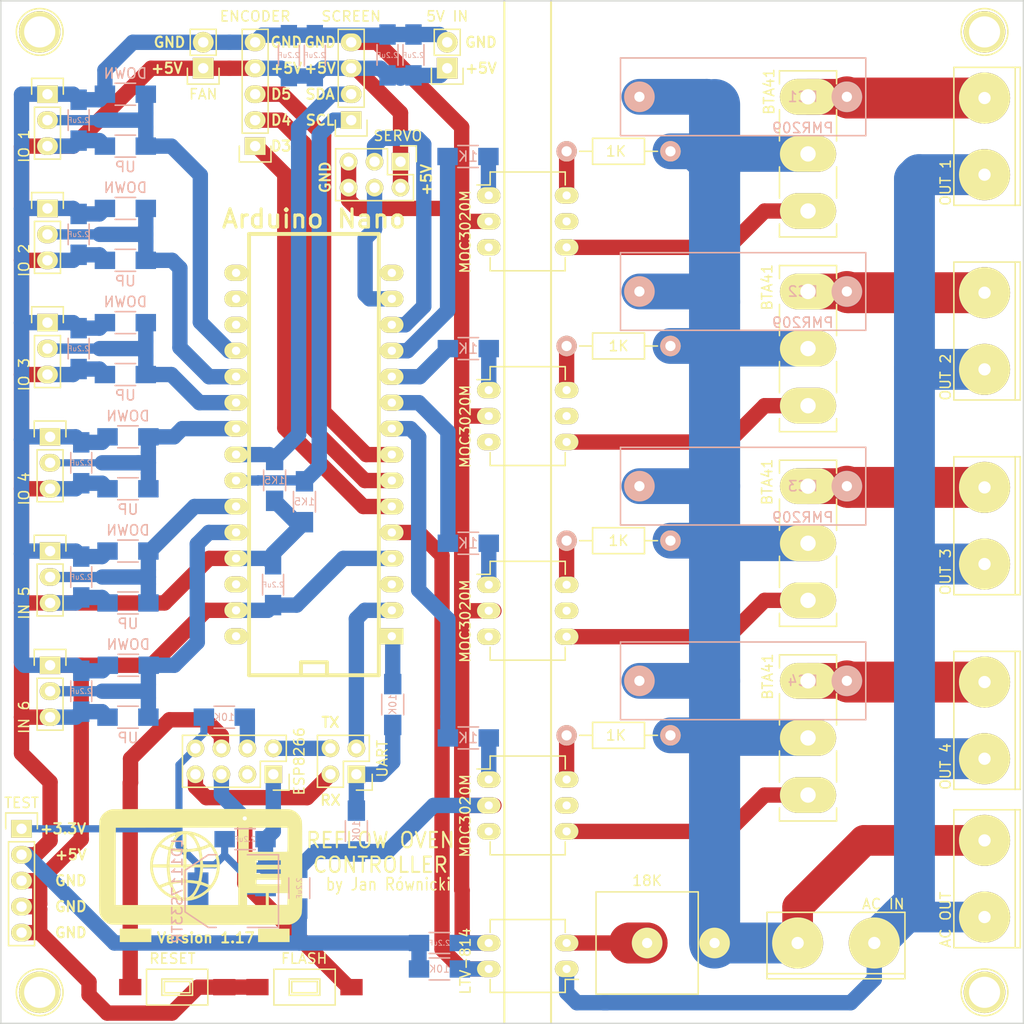
<source format=kicad_pcb>
(kicad_pcb (version 20171130) (host pcbnew "(5.1.12)-1")
  (layers (0 F.Cu signal) (31 B.Cu signal) (34 B.Paste user hide) (35 F.Paste user hide) (36 B.SilkS user hide) (37 F.SilkS user hide) (38 B.Mask user hide) (39 F.Mask user hide) (44 Edge.Cuts user))
  (net 0 "")
  (net 1 "Net-(U1-Pad3)")
  (net 2 GND)
  (net 3 /IO1)
  (net 4 +5V)
  (net 5 /PWR-)
  (net 6 "Net-(P2-Pad2)")
  (net 7 /IO2)
  (net 8 "Net-(P4-Pad2)")
  (net 9 /IO3)
  (net 10 /IO4)
  (net 11 "Net-(P7-Pad1)")
  (net 12 "Net-(P7-Pad2)")
  (net 13 "Net-(P7-Pad3)")
  (net 14 "Net-(P8-Pad2)")
  (net 15 "Net-(P9-Pad1)")
  (net 16 "Net-(P9-Pad2)")
  (net 17 /IN5)
  (net 18 "Net-(P11-Pad2)")
  (net 19 /IN6)
  (net 20 /PWR+)
  (net 21 "Net-(R1-Pad2)")
  (net 22 /CH1)
  (net 23 "Net-(R7-Pad2)")
  (net 24 /CH2)
  (net 25 "Net-(R11-Pad2)")
  (net 26 /CH3)
  (net 27 "Net-(R15-Pad1)")
  (net 28 "Net-(R17-Pad2)")
  (net 29 "Net-(R19-Pad1)")
  (net 30 /CH4)
  (net 31 "Net-(U3-Pad3)")
  (net 32 "Net-(U6-Pad3)")
  (net 33 "Net-(U10-Pad4)")
  (net 34 "Net-(R12-Pad2)")
  (net 35 +3V3)
  (net 36 "Net-(R4-Pad1)")
  (net 37 "Net-(R8-Pad1)")
  (net 38 "Net-(R14-Pad1)")
  (net 39 "Net-(R21-Pad1)")
  (net 40 "Net-(P14-Pad4)")
  (net 41 /ESP_TXD)
  (net 42 "Net-(P14-Pad5)")
  (net 43 "Net-(P14-Pad6)")
  (net 44 /ESP_RXD)
  (net 45 "Net-(P22-Pad1)")
  (net 46 "Net-(P22-Pad3)")
  (net 47 "Net-(P23-Pad3)")
  (net 48 "Net-(P23-Pad4)")
  (module images:OV (layer F.Cu) (at 59.944 123.952)
    (fp_text reference G*** hide)
    (fp_text value LOGO hide)
  )
  (module Socket_Strips:Socket_Strip_Straight_2x04 (layer F.Cu) (at 67.056 114.046 180)
    (fp_text reference P14 hide)
    (fp_text value ESP8266 (at -2.54 1.27 270) (layer F.SilkS))
    (pad 1 thru_hole rect (at 0 0 180) (size 1.7272 1.7272) (drill 1.016) (layers *.Cu *.Mask F.SilkS) (net 2 GND))
    (pad 2 thru_hole oval (at 0 2.54 180) (size 1.7272 1.7272) (drill 1.016) (layers *.Cu *.Mask F.SilkS) (net 41 /ESP_TXD))
    (pad 3 thru_hole oval (at 2.54 0 180) (size 1.7272 1.7272) (drill 1.016) (layers *.Cu *.Mask F.SilkS))
    (pad 4 thru_hole oval (at 2.54 2.54 180) (size 1.7272 1.7272) (drill 1.016) (layers *.Cu *.Mask F.SilkS) (net 40 "Net-(P14-Pad4)"))
    (pad 5 thru_hole oval (at 5.08 0 180) (size 1.7272 1.7272) (drill 1.016) (layers *.Cu *.Mask F.SilkS) (net 42 "Net-(P14-Pad5)"))
    (pad 6 thru_hole oval (at 5.08 2.54 180) (size 1.7272 1.7272) (drill 1.016) (layers *.Cu *.Mask F.SilkS) (net 43 "Net-(P14-Pad6)"))
    (pad 7 thru_hole oval (at 7.62 0 180) (size 1.7272 1.7272) (drill 1.016) (layers *.Cu *.Mask F.SilkS) (net 44 /ESP_RXD))
    (pad 8 thru_hole oval (at 7.62 2.54 180) (size 1.7272 1.7272) (drill 1.016) (layers *.Cu *.Mask F.SilkS) (net 35 +3V3))
  )
  (module term:VerticalResistor (layer F.Cu) (at 103.636 130.556)
    (fp_text reference R19 hide)
    (fp_text value 18K (at 0 -6.096) (layer F.SilkS))
    (pad 2 thru_hole circle (at 6.6 0) (size 3 3) (drill 1) (layers *.Cu *.Mask F.SilkS) (net 20 /PWR+))
    (pad 1 thru_hole circle (at 0 0) (size 3 3) (drill 1) (layers *.Cu *.Mask F.SilkS) (net 29 "Net-(R19-Pad1)"))
  )
  (module Resistors_SMD:R_1206_HandSoldering (layer B.Cu) (at 86.138 91.44 180)
    (fp_text reference R14 hide)
    (fp_text value 1K (at 0.032 0 180) (layer B.SilkS) (effects (justify mirror)))
    (pad 1 smd rect (at -2 0 180) (size 2 1.7) (layers B.Cu B.Paste B.Mask) (net 38 "Net-(R14-Pad1)"))
    (pad 2 smd rect (at 2 0 180) (size 2 1.7) (layers B.Cu B.Paste B.Mask) (net 26 /CH3))
  )
  (module Resistors_SMD:R_1206_HandSoldering (layer B.Cu) (at 86.138 110.49 180)
    (fp_text reference R21 hide)
    (fp_text value 1K (at 0.032 0 180) (layer B.SilkS) (effects (justify mirror)))
    (pad 1 smd rect (at -2 0 180) (size 2 1.7) (layers B.Cu B.Paste B.Mask) (net 39 "Net-(R21-Pad1)"))
    (pad 2 smd rect (at 2 0 180) (size 2 1.7) (layers B.Cu B.Paste B.Mask) (net 30 /CH4))
  )
  (module Housings_DIP:DIP-6_W7.62mm_LongPads (layer F.Cu) (at 88.138 95.504)
    (fp_text reference U7 hide)
    (fp_text value MOC3020M (at -2.286 3.556 90) (layer F.SilkS))
    (pad 1 thru_hole oval (at 0 0) (size 2.3 1.6) (drill 0.8) (layers *.Cu *.Mask F.SilkS) (net 38 "Net-(R14-Pad1)"))
    (pad 2 thru_hole oval (at 0 2.54) (size 2.3 1.6) (drill 0.8) (layers *.Cu *.Mask F.SilkS) (net 2 GND))
    (pad 3 thru_hole oval (at 0 5.08) (size 2.3 1.6) (drill 0.8) (layers *.Cu *.Mask F.SilkS))
    (pad 4 thru_hole oval (at 7.62 5.08) (size 2.3 1.6) (drill 0.8) (layers *.Cu *.Mask F.SilkS) (net 32 "Net-(U6-Pad3)"))
    (pad 5 thru_hole oval (at 7.62 2.54) (size 2.3 1.6) (drill 0.8) (layers *.Cu *.Mask F.SilkS))
    (pad 6 thru_hole oval (at 7.62 0) (size 2.3 1.6) (drill 0.8) (layers *.Cu *.Mask F.SilkS) (net 25 "Net-(R11-Pad2)"))
  )
  (module Resistors_SMD:R_1206_HandSoldering (layer B.Cu) (at 86.106 53.594 180)
    (fp_text reference R4 hide)
    (fp_text value 1K (at 0 0 180) (layer B.SilkS) (effects (justify mirror)))
    (pad 1 smd rect (at -2 0 180) (size 2 1.7) (layers B.Cu B.Paste B.Mask) (net 36 "Net-(R4-Pad1)"))
    (pad 2 smd rect (at 2 0 180) (size 2 1.7) (layers B.Cu B.Paste B.Mask) (net 22 /CH1))
  )
  (module arduino:arduino_mini (layer F.Cu) (at 71.032 81.492 90)
    (fp_text reference U5 hide)
    (fp_text value "Arduino Nano" (at 21.802 0) (layer F.SilkS) (effects (font (size 1.778 1.778) (thickness 0.3048))))
    (pad 1 thru_hole rect (at -19.05 7.62 90) (size 1.5748 2.286) (drill 0.8128) (layers *.Cu *.Mask F.SilkS) (net 34 "Net-(R12-Pad2)"))
    (pad 2 thru_hole oval (at -16.51 7.62 90) (size 1.5748 2.286) (drill 0.8128) (layers *.Cu *.Mask F.SilkS) (net 46 "Net-(P22-Pad3)"))
    (pad 3 thru_hole oval (at -13.97 7.62 90) (size 1.5748 2.286) (drill 0.8128) (layers *.Cu *.Mask F.SilkS))
    (pad 4 thru_hole oval (at -11.43 7.62 90) (size 1.5748 2.286) (drill 0.8128) (layers *.Cu *.Mask F.SilkS) (net 2 GND))
    (pad 5 thru_hole oval (at -8.89 7.62 90) (size 1.5748 2.286) (drill 0.8128) (layers *.Cu *.Mask F.SilkS) (net 27 "Net-(R15-Pad1)"))
    (pad 6 thru_hole oval (at -6.35 7.62 90) (size 1.5748 2.286) (drill 0.8128) (layers *.Cu *.Mask F.SilkS) (net 11 "Net-(P7-Pad1)"))
    (pad 7 thru_hole oval (at -3.81 7.62 90) (size 1.5748 2.286) (drill 0.8128) (layers *.Cu *.Mask F.SilkS) (net 12 "Net-(P7-Pad2)"))
    (pad 8 thru_hole oval (at -1.27 7.62 90) (size 1.5748 2.286) (drill 0.8128) (layers *.Cu *.Mask F.SilkS) (net 13 "Net-(P7-Pad3)"))
    (pad 9 thru_hole oval (at 1.27 7.62 90) (size 1.5748 2.286) (drill 0.8128) (layers *.Cu *.Mask F.SilkS) (net 30 /CH4))
    (pad 10 thru_hole oval (at 3.81 7.62 90) (size 1.5748 2.286) (drill 0.8128) (layers *.Cu *.Mask F.SilkS) (net 26 /CH3))
    (pad 11 thru_hole oval (at 6.35 7.62 90) (size 1.5748 2.286) (drill 0.8128) (layers *.Cu *.Mask F.SilkS) (net 24 /CH2))
    (pad 12 thru_hole oval (at 8.89 7.62 90) (size 1.5748 2.286) (drill 0.8128) (layers *.Cu *.Mask F.SilkS) (net 22 /CH1))
    (pad 13 thru_hole oval (at 11.43 7.62 90) (size 1.5748 2.286) (drill 0.8128) (layers *.Cu *.Mask F.SilkS) (net 47 "Net-(P23-Pad3)"))
    (pad 14 thru_hole oval (at 13.97 7.62 90) (size 1.5748 2.286) (drill 0.8128) (layers *.Cu *.Mask F.SilkS) (net 48 "Net-(P23-Pad4)"))
    (pad 15 thru_hole oval (at 16.51 7.62 90) (size 1.5748 2.286) (drill 0.8128) (layers *.Cu *.Mask F.SilkS))
    (pad 16 thru_hole oval (at 16.51 -7.62 90) (size 1.5748 2.286) (drill 0.8128) (layers *.Cu *.Mask F.SilkS))
    (pad 17 thru_hole oval (at 13.97 -7.62 90) (size 1.5748 2.286) (drill 0.8128) (layers *.Cu *.Mask F.SilkS))
    (pad 18 thru_hole oval (at 11.43 -7.62 90) (size 1.5748 2.286) (drill 0.8128) (layers *.Cu *.Mask F.SilkS))
    (pad 19 thru_hole oval (at 8.89 -7.62 90) (size 1.5748 2.286) (drill 0.8128) (layers *.Cu *.Mask F.SilkS) (net 3 /IO1))
    (pad 20 thru_hole oval (at 6.35 -7.62 90) (size 1.5748 2.286) (drill 0.8128) (layers *.Cu *.Mask F.SilkS) (net 7 /IO2))
    (pad 21 thru_hole oval (at 3.81 -7.62 90) (size 1.5748 2.286) (drill 0.8128) (layers *.Cu *.Mask F.SilkS) (net 9 /IO3))
    (pad 22 thru_hole oval (at 1.27 -7.62 90) (size 1.5748 2.286) (drill 0.8128) (layers *.Cu *.Mask F.SilkS) (net 10 /IO4))
    (pad 23 thru_hole oval (at -1.27 -7.62 90) (size 1.5748 2.286) (drill 0.8128) (layers *.Cu *.Mask F.SilkS) (net 16 "Net-(P9-Pad2)"))
    (pad 24 thru_hole oval (at -3.81 -7.62 90) (size 1.5748 2.286) (drill 0.8128) (layers *.Cu *.Mask F.SilkS) (net 15 "Net-(P9-Pad1)"))
    (pad 25 thru_hole oval (at -6.35 -7.62 90) (size 1.5748 2.286) (drill 0.8128) (layers *.Cu *.Mask F.SilkS) (net 17 /IN5))
    (pad 26 thru_hole oval (at -8.89 -7.62 90) (size 1.5748 2.286) (drill 0.8128) (layers *.Cu *.Mask F.SilkS) (net 19 /IN6))
    (pad 27 thru_hole oval (at -11.43 -7.62 90) (size 1.5748 2.286) (drill 0.8128) (layers *.Cu *.Mask F.SilkS) (net 4 +5V))
    (pad 28 thru_hole oval (at -13.97 -7.62 90) (size 1.5748 2.286) (drill 0.8128) (layers *.Cu *.Mask F.SilkS))
    (pad 29 thru_hole oval (at -16.51 -7.62 90) (size 1.5748 2.286) (drill 0.8128) (layers *.Cu *.Mask F.SilkS) (net 2 GND))
    (pad 30 thru_hole oval (at -19.05 -7.62 90) (size 1.5748 2.286) (drill 0.8128) (layers *.Cu *.Mask F.SilkS))
  )
  (module Pin_Headers:Pin_Header_Straight_1x03 (layer F.Cu) (at 44.958 47.498)
    (fp_text reference P1 hide)
    (fp_text value "IO 1" (at -2.286 5.08 90) (layer F.SilkS))
    (pad 1 thru_hole rect (at 0 0) (size 2.032 1.7272) (drill 1.016) (layers *.Cu *.Mask F.SilkS) (net 2 GND))
    (pad 2 thru_hole oval (at 0 2.54) (size 2.032 1.7272) (drill 1.016) (layers *.Cu *.Mask F.SilkS) (net 3 /IO1))
    (pad 3 thru_hole oval (at 0 5.08) (size 2.032 1.7272) (drill 1.016) (layers *.Cu *.Mask F.SilkS) (net 4 +5V))
  )
  (module Pin_Headers:Pin_Header_Straight_1x03 (layer F.Cu) (at 44.958 58.674)
    (fp_text reference P3 hide)
    (fp_text value "IO 2" (at -2.286 5.08 90) (layer F.SilkS))
    (pad 1 thru_hole rect (at 0 0) (size 2.032 1.7272) (drill 1.016) (layers *.Cu *.Mask F.SilkS) (net 2 GND))
    (pad 2 thru_hole oval (at 0 2.54) (size 2.032 1.7272) (drill 1.016) (layers *.Cu *.Mask F.SilkS) (net 7 /IO2))
    (pad 3 thru_hole oval (at 0 5.08) (size 2.032 1.7272) (drill 1.016) (layers *.Cu *.Mask F.SilkS) (net 4 +5V))
  )
  (module Pin_Headers:Pin_Header_Straight_1x03 (layer F.Cu) (at 45.212 81.026)
    (fp_text reference P6 hide)
    (fp_text value "IO 4" (at -2.54 5.08 90) (layer F.SilkS))
    (pad 1 thru_hole rect (at 0 0) (size 2.032 1.7272) (drill 1.016) (layers *.Cu *.Mask F.SilkS) (net 2 GND))
    (pad 2 thru_hole oval (at 0 2.54) (size 2.032 1.7272) (drill 1.016) (layers *.Cu *.Mask F.SilkS) (net 10 /IO4))
    (pad 3 thru_hole oval (at 0 5.08) (size 2.032 1.7272) (drill 1.016) (layers *.Cu *.Mask F.SilkS) (net 4 +5V))
  )
  (module Pin_Headers:Pin_Header_Straight_1x05 (layer F.Cu) (at 65.278 52.578 180)
    (fp_text reference P7 hide)
    (fp_text value ENCODER (at 0 12.7 180) (layer F.SilkS))
    (pad 1 thru_hole rect (at 0 0 180) (size 2.032 1.7272) (drill 1.016) (layers *.Cu *.Mask F.SilkS) (net 11 "Net-(P7-Pad1)"))
    (pad 2 thru_hole oval (at 0 2.54 180) (size 2.032 1.7272) (drill 1.016) (layers *.Cu *.Mask F.SilkS) (net 12 "Net-(P7-Pad2)"))
    (pad 3 thru_hole oval (at 0 5.08 180) (size 2.032 1.7272) (drill 1.016) (layers *.Cu *.Mask F.SilkS) (net 13 "Net-(P7-Pad3)"))
    (pad 4 thru_hole oval (at 0 7.62 180) (size 2.032 1.7272) (drill 1.016) (layers *.Cu *.Mask F.SilkS) (net 4 +5V))
    (pad 5 thru_hole oval (at 0 10.16 180) (size 2.032 1.7272) (drill 1.016) (layers *.Cu *.Mask F.SilkS) (net 2 GND))
  )
  (module Pin_Headers:Pin_Header_Straight_1x04 (layer F.Cu) (at 74.676 50.038 180)
    (fp_text reference P9 hide)
    (fp_text value SCREEN (at 0 10.16 180) (layer F.SilkS))
    (pad 1 thru_hole rect (at 0 0 180) (size 2.032 1.7272) (drill 1.016) (layers *.Cu *.Mask F.SilkS) (net 15 "Net-(P9-Pad1)"))
    (pad 2 thru_hole oval (at 0 2.54 180) (size 2.032 1.7272) (drill 1.016) (layers *.Cu *.Mask F.SilkS) (net 16 "Net-(P9-Pad2)"))
    (pad 3 thru_hole oval (at 0 5.08 180) (size 2.032 1.7272) (drill 1.016) (layers *.Cu *.Mask F.SilkS) (net 4 +5V))
    (pad 4 thru_hole oval (at 0 7.62 180) (size 2.032 1.7272) (drill 1.016) (layers *.Cu *.Mask F.SilkS) (net 2 GND))
  )
  (module Pin_Headers:Pin_Header_Straight_1x03 (layer F.Cu) (at 45.212 92.202)
    (fp_text reference P10 hide)
    (fp_text value "IN 5" (at -2.54 5.08 90) (layer F.SilkS))
    (pad 1 thru_hole rect (at 0 0) (size 2.032 1.7272) (drill 1.016) (layers *.Cu *.Mask F.SilkS) (net 2 GND))
    (pad 2 thru_hole oval (at 0 2.54) (size 2.032 1.7272) (drill 1.016) (layers *.Cu *.Mask F.SilkS) (net 17 /IN5))
    (pad 3 thru_hole oval (at 0 5.08) (size 2.032 1.7272) (drill 1.016) (layers *.Cu *.Mask F.SilkS) (net 4 +5V))
  )
  (module Pin_Headers:Pin_Header_Straight_1x03 (layer F.Cu) (at 45.212 103.378)
    (fp_text reference P12 hide)
    (fp_text value "IN 6" (at -2.54 5.08 90) (layer F.SilkS))
    (pad 1 thru_hole rect (at 0 0) (size 2.032 1.7272) (drill 1.016) (layers *.Cu *.Mask F.SilkS) (net 2 GND))
    (pad 2 thru_hole oval (at 0 2.54) (size 2.032 1.7272) (drill 1.016) (layers *.Cu *.Mask F.SilkS) (net 19 /IN6))
    (pad 3 thru_hole oval (at 0 5.08) (size 2.032 1.7272) (drill 1.016) (layers *.Cu *.Mask F.SilkS) (net 4 +5V))
  )
  (module Resistors_ThroughHole:Resistor_Horizontal_RM10mm (layer F.Cu) (at 105.918 53.086 180)
    (fp_text reference R1 hide)
    (fp_text value 1K (at 5.334 0 180) (layer F.SilkS))
    (pad 1 thru_hole circle (at 0 0 180) (size 1.99898 1.99898) (drill 1.00076) (layers *.Cu *.SilkS *.Mask) (net 20 /PWR+))
    (pad 2 thru_hole circle (at 10.16 0 180) (size 1.99898 1.99898) (drill 1.00076) (layers *.Cu *.SilkS *.Mask) (net 21 "Net-(R1-Pad2)"))
  )
  (module Resistors_ThroughHole:Resistor_Horizontal_RM10mm (layer F.Cu) (at 105.918 72.136 180)
    (fp_text reference R7 hide)
    (fp_text value 1K (at 5.08 0 180) (layer F.SilkS))
    (pad 1 thru_hole circle (at 0 0 180) (size 1.99898 1.99898) (drill 1.00076) (layers *.Cu *.SilkS *.Mask) (net 20 /PWR+))
    (pad 2 thru_hole circle (at 10.16 0 180) (size 1.99898 1.99898) (drill 1.00076) (layers *.Cu *.SilkS *.Mask) (net 23 "Net-(R7-Pad2)"))
  )
  (module Resistors_ThroughHole:Resistor_Horizontal_RM10mm (layer F.Cu) (at 105.918 91.186 180)
    (fp_text reference R11 hide)
    (fp_text value 1K (at 5.08 0 180) (layer F.SilkS))
    (pad 1 thru_hole circle (at 0 0 180) (size 1.99898 1.99898) (drill 1.00076) (layers *.Cu *.SilkS *.Mask) (net 20 /PWR+))
    (pad 2 thru_hole circle (at 10.16 0 180) (size 1.99898 1.99898) (drill 1.00076) (layers *.Cu *.SilkS *.Mask) (net 25 "Net-(R11-Pad2)"))
  )
  (module Resistors_ThroughHole:Resistor_Horizontal_RM10mm (layer F.Cu) (at 105.918 110.236 180)
    (fp_text reference R17 hide)
    (fp_text value 1K (at 5.334 0 180) (layer F.SilkS))
    (pad 1 thru_hole circle (at 0 0 180) (size 1.99898 1.99898) (drill 1.00076) (layers *.Cu *.SilkS *.Mask) (net 20 /PWR+))
    (pad 2 thru_hole circle (at 10.16 0 180) (size 1.99898 1.99898) (drill 1.00076) (layers *.Cu *.SilkS *.Mask) (net 28 "Net-(R17-Pad2)"))
  )
  (module Housings_DIP:DIP-6_W7.62mm_LongPads (layer F.Cu) (at 88.138 57.404)
    (fp_text reference U2 hide)
    (fp_text value MOC3020M (at -2.286 3.556 90) (layer F.SilkS))
    (pad 1 thru_hole oval (at 0 0) (size 2.3 1.6) (drill 0.8) (layers *.Cu *.Mask F.SilkS) (net 36 "Net-(R4-Pad1)"))
    (pad 2 thru_hole oval (at 0 2.54) (size 2.3 1.6) (drill 0.8) (layers *.Cu *.Mask F.SilkS) (net 2 GND))
    (pad 3 thru_hole oval (at 0 5.08) (size 2.3 1.6) (drill 0.8) (layers *.Cu *.Mask F.SilkS))
    (pad 4 thru_hole oval (at 7.62 5.08) (size 2.3 1.6) (drill 0.8) (layers *.Cu *.Mask F.SilkS) (net 1 "Net-(U1-Pad3)"))
    (pad 5 thru_hole oval (at 7.62 2.54) (size 2.3 1.6) (drill 0.8) (layers *.Cu *.Mask F.SilkS))
    (pad 6 thru_hole oval (at 7.62 0) (size 2.3 1.6) (drill 0.8) (layers *.Cu *.Mask F.SilkS) (net 21 "Net-(R1-Pad2)"))
  )
  (module Housings_DIP:DIP-6_W7.62mm_LongPads (layer F.Cu) (at 88.138 76.454)
    (fp_text reference U4 hide)
    (fp_text value MOC3020M (at -2.286 3.556 90) (layer F.SilkS))
    (pad 1 thru_hole oval (at 0 0) (size 2.3 1.6) (drill 0.8) (layers *.Cu *.Mask F.SilkS) (net 37 "Net-(R8-Pad1)"))
    (pad 2 thru_hole oval (at 0 2.54) (size 2.3 1.6) (drill 0.8) (layers *.Cu *.Mask F.SilkS) (net 2 GND))
    (pad 3 thru_hole oval (at 0 5.08) (size 2.3 1.6) (drill 0.8) (layers *.Cu *.Mask F.SilkS))
    (pad 4 thru_hole oval (at 7.62 5.08) (size 2.3 1.6) (drill 0.8) (layers *.Cu *.Mask F.SilkS) (net 31 "Net-(U3-Pad3)"))
    (pad 5 thru_hole oval (at 7.62 2.54) (size 2.3 1.6) (drill 0.8) (layers *.Cu *.Mask F.SilkS))
    (pad 6 thru_hole oval (at 7.62 0) (size 2.3 1.6) (drill 0.8) (layers *.Cu *.Mask F.SilkS) (net 23 "Net-(R7-Pad2)"))
  )
  (module Housings_DIP:DIP-4_W7.62mm_LongPads (layer F.Cu) (at 95.758 133.096 180)
    (fp_text reference U8 hide)
    (fp_text value LTV-814 (at 9.906 0.762 270) (layer F.SilkS))
    (pad 1 thru_hole oval (at 0 0 180) (size 2.3 1.6) (drill 0.8) (layers *.Cu *.Mask F.SilkS) (net 5 /PWR-))
    (pad 2 thru_hole oval (at 0 2.54 180) (size 2.3 1.6) (drill 0.8) (layers *.Cu *.Mask F.SilkS) (net 29 "Net-(R19-Pad1)"))
    (pad 3 thru_hole oval (at 7.62 2.54 180) (size 2.3 1.6) (drill 0.8) (layers *.Cu *.Mask F.SilkS) (net 2 GND))
    (pad 4 thru_hole oval (at 7.62 0 180) (size 2.3 1.6) (drill 0.8) (layers *.Cu *.Mask F.SilkS) (net 27 "Net-(R15-Pad1)"))
  )
  (module Housings_DIP:DIP-6_W7.62mm_LongPads (layer F.Cu) (at 88.138 114.554)
    (fp_text reference U10 hide)
    (fp_text value MOC3020M (at -2.286 3.556 90) (layer F.SilkS))
    (pad 1 thru_hole oval (at 0 0) (size 2.3 1.6) (drill 0.8) (layers *.Cu *.Mask F.SilkS) (net 39 "Net-(R21-Pad1)"))
    (pad 2 thru_hole oval (at 0 2.54) (size 2.3 1.6) (drill 0.8) (layers *.Cu *.Mask F.SilkS) (net 2 GND))
    (pad 3 thru_hole oval (at 0 5.08) (size 2.3 1.6) (drill 0.8) (layers *.Cu *.Mask F.SilkS))
    (pad 4 thru_hole oval (at 7.62 5.08) (size 2.3 1.6) (drill 0.8) (layers *.Cu *.Mask F.SilkS) (net 33 "Net-(U10-Pad4)"))
    (pad 5 thru_hole oval (at 7.62 2.54) (size 2.3 1.6) (drill 0.8) (layers *.Cu *.Mask F.SilkS))
    (pad 6 thru_hole oval (at 7.62 0) (size 2.3 1.6) (drill 0.8) (layers *.Cu *.Mask F.SilkS) (net 28 "Net-(R17-Pad2)"))
  )
  (module term:TerminalBlock_7.5mm_2pol (layer F.Cu) (at 136.652 55.372 90)
    (fp_text reference P2 hide)
    (fp_text value "OUT 1" (at -0.762 -3.81 90) (layer F.SilkS))
    (pad 2 thru_hole circle (at 7.5 0 90) (size 5 5) (drill 1.2) (layers *.Cu *.Mask F.SilkS) (net 6 "Net-(P2-Pad2)"))
    (pad 1 thru_hole circle (at 0 0 90) (size 5 5) (drill 1.2) (layers *.Cu *.Mask F.SilkS) (net 5 /PWR-))
  )
  (module term:TerminalBlock_7.5mm_2pol (layer F.Cu) (at 136.652 74.422 90)
    (fp_text reference P4 hide)
    (fp_text value "OUT 2" (at -0.762 -3.81 90) (layer F.SilkS))
    (pad 2 thru_hole circle (at 7.5 0 90) (size 5 5) (drill 1.2) (layers *.Cu *.Mask F.SilkS) (net 8 "Net-(P4-Pad2)"))
    (pad 1 thru_hole circle (at 0 0 90) (size 5 5) (drill 1.2) (layers *.Cu *.Mask F.SilkS) (net 5 /PWR-))
  )
  (module term:TerminalBlock_7.5mm_2pol (layer F.Cu) (at 136.652 93.472 90)
    (fp_text reference P8 hide)
    (fp_text value "OUT 3" (at -0.762 -3.81 90) (layer F.SilkS))
    (pad 2 thru_hole circle (at 7.5 0 90) (size 5 5) (drill 1.2) (layers *.Cu *.Mask F.SilkS) (net 14 "Net-(P8-Pad2)"))
    (pad 1 thru_hole circle (at 0 0 90) (size 5 5) (drill 1.2) (layers *.Cu *.Mask F.SilkS) (net 5 /PWR-))
  )
  (module term:TerminalBlock_7.5mm_2pol (layer F.Cu) (at 136.652 112.522 90)
    (fp_text reference P11 hide)
    (fp_text value "OUT 4" (at -0.762 -3.81 90) (layer F.SilkS))
    (pad 2 thru_hole circle (at 7.5 0 90) (size 5 5) (drill 1.2) (layers *.Cu *.Mask F.SilkS) (net 18 "Net-(P11-Pad2)"))
    (pad 1 thru_hole circle (at 0 0 90) (size 5 5) (drill 1.2) (layers *.Cu *.Mask F.SilkS) (net 5 /PWR-))
  )
  (module term:TerminalBlock_7.5mm_2pol (layer F.Cu) (at 118.364 130.556)
    (fp_text reference P13 hide)
    (fp_text value "AC IN" (at 8.382 -3.81) (layer F.SilkS))
    (pad 2 thru_hole circle (at 7.5 0) (size 5 5) (drill 1.2) (layers *.Cu *.Mask F.SilkS) (net 5 /PWR-))
    (pad 1 thru_hole circle (at 0 0) (size 5 5) (drill 1.2) (layers *.Cu *.Mask F.SilkS) (net 20 /PWR+))
  )
  (module TO_SOT_Packages_THT:TO-247_Vertical_Neutral123_largePads (layer F.Cu) (at 119.38 53.34 270)
    (fp_text reference U1 hide)
    (fp_text value BTA41 (at -6.096 3.81 270) (layer F.SilkS))
    (pad 2 thru_hole oval (at 0 0) (size 5.50164 3.50012) (drill 1.50114) (layers *.Cu *.Mask F.SilkS) (net 20 /PWR+))
    (pad 1 thru_hole oval (at -5.588 0) (size 5.50164 3.50012) (drill 1.50114) (layers *.Cu *.Mask F.SilkS) (net 6 "Net-(P2-Pad2)"))
    (pad 3 thru_hole oval (at 5.588 0) (size 5.50164 3.50012) (drill 1.50114) (layers *.Cu *.Mask F.SilkS) (net 1 "Net-(U1-Pad3)"))
  )
  (module TO_SOT_Packages_THT:TO-247_Vertical_Neutral123_largePads (layer F.Cu) (at 119.38 72.39 270)
    (fp_text reference U3 hide)
    (fp_text value BTA41 (at -6 4 270) (layer F.SilkS))
    (pad 2 thru_hole oval (at 0 0) (size 5.50164 3.50012) (drill 1.50114) (layers *.Cu *.Mask F.SilkS) (net 20 /PWR+))
    (pad 1 thru_hole oval (at -5.588 0) (size 5.50164 3.50012) (drill 1.50114) (layers *.Cu *.Mask F.SilkS) (net 8 "Net-(P4-Pad2)"))
    (pad 3 thru_hole oval (at 5.588 0) (size 5.50164 3.50012) (drill 1.50114) (layers *.Cu *.Mask F.SilkS) (net 31 "Net-(U3-Pad3)"))
  )
  (module TO_SOT_Packages_THT:TO-247_Vertical_Neutral123_largePads (layer F.Cu) (at 119.38 91.44 270)
    (fp_text reference U6 hide)
    (fp_text value BTA41 (at -6 4 270) (layer F.SilkS))
    (pad 2 thru_hole oval (at 0 0) (size 5.50164 3.50012) (drill 1.50114) (layers *.Cu *.Mask F.SilkS) (net 20 /PWR+))
    (pad 1 thru_hole oval (at -5.588 0) (size 5.50164 3.50012) (drill 1.50114) (layers *.Cu *.Mask F.SilkS) (net 14 "Net-(P8-Pad2)"))
    (pad 3 thru_hole oval (at 5.588 0) (size 5.50164 3.50012) (drill 1.50114) (layers *.Cu *.Mask F.SilkS) (net 32 "Net-(U6-Pad3)"))
  )
  (module TO_SOT_Packages_THT:TO-247_Vertical_Neutral123_largePads (layer F.Cu) (at 119.38 110.49 270)
    (fp_text reference U9 hide)
    (fp_text value BTA41 (at -6 3.95 270) (layer F.SilkS))
    (pad 2 thru_hole oval (at 0 0) (size 5.50164 3.50012) (drill 1.50114) (layers *.Cu *.Mask F.SilkS) (net 20 /PWR+))
    (pad 1 thru_hole oval (at -5.588 0) (size 5.50164 3.50012) (drill 1.50114) (layers *.Cu *.Mask F.SilkS) (net 18 "Net-(P11-Pad2)"))
    (pad 3 thru_hole oval (at 5.588 0) (size 5.50164 3.50012) (drill 1.50114) (layers *.Cu *.Mask F.SilkS) (net 33 "Net-(U10-Pad4)"))
  )
  (module Capacitors_SMD:C_1206_HandSoldering (layer B.Cu) (at 48.26 105.918 90)
    (fp_text reference C1 hide)
    (fp_text value 2.2uF (at 0 0 180) (layer B.SilkS) (effects (font (size 0.5 0.5) (thickness 0.07)) (justify mirror)))
    (pad 1 smd rect (at -2 0 90) (size 2 1.6) (layers B.Cu B.Paste B.Mask) (net 4 +5V))
    (pad 2 smd rect (at 2 0 90) (size 2 1.6) (layers B.Cu B.Paste B.Mask) (net 2 GND))
  )
  (module Capacitors_SMD:C_1206_HandSoldering (layer B.Cu) (at 48.26 83.566 90)
    (fp_text reference C2 hide)
    (fp_text value 2.2uF (at 0 0 180) (layer B.SilkS) (effects (font (size 0.5 0.5) (thickness 0.07)) (justify mirror)))
    (pad 1 smd rect (at -2 0 90) (size 2 1.6) (layers B.Cu B.Paste B.Mask) (net 4 +5V))
    (pad 2 smd rect (at 2 0 90) (size 2 1.6) (layers B.Cu B.Paste B.Mask) (net 2 GND))
  )
  (module Capacitors_SMD:C_1206_HandSoldering (layer B.Cu) (at 48.26 94.742 90)
    (fp_text reference C3 hide)
    (fp_text value 2.2uF (at 0 0 180) (layer B.SilkS) (effects (font (size 0.5 0.5) (thickness 0.07)) (justify mirror)))
    (pad 1 smd rect (at -2 0 90) (size 2 1.6) (layers B.Cu B.Paste B.Mask) (net 4 +5V))
    (pad 2 smd rect (at 2 0 90) (size 2 1.6) (layers B.Cu B.Paste B.Mask) (net 2 GND))
  )
  (module Capacitors_SMD:C_1206_HandSoldering (layer B.Cu) (at 48.006 72.39 90)
    (fp_text reference C4 hide)
    (fp_text value 2.2uF (at 0 0 180) (layer B.SilkS) (effects (font (size 0.5 0.5) (thickness 0.07)) (justify mirror)))
    (pad 1 smd rect (at -2 0 90) (size 2 1.6) (layers B.Cu B.Paste B.Mask) (net 4 +5V))
    (pad 2 smd rect (at 2 0 90) (size 2 1.6) (layers B.Cu B.Paste B.Mask) (net 2 GND))
  )
  (module Capacitors_SMD:C_1206_HandSoldering (layer B.Cu) (at 48.006 61.214 90)
    (fp_text reference C5 hide)
    (fp_text value 2.2uF (at 0 0 180) (layer B.SilkS) (effects (font (size 0.5 0.5) (thickness 0.07)) (justify mirror)))
    (pad 1 smd rect (at -2 0 90) (size 2 1.6) (layers B.Cu B.Paste B.Mask) (net 4 +5V))
    (pad 2 smd rect (at 2 0 90) (size 2 1.6) (layers B.Cu B.Paste B.Mask) (net 2 GND))
  )
  (module Capacitors_SMD:C_1206_HandSoldering (layer B.Cu) (at 48.006 50.038 90)
    (fp_text reference C6 hide)
    (fp_text value 2.2uF (at 0 0 180) (layer B.SilkS) (effects (font (size 0.5 0.5) (thickness 0.07)) (justify mirror)))
    (pad 1 smd rect (at -2 0 90) (size 2 1.6) (layers B.Cu B.Paste B.Mask) (net 4 +5V))
    (pad 2 smd rect (at 2 0 90) (size 2 1.6) (layers B.Cu B.Paste B.Mask) (net 2 GND))
  )
  (module Capacitors_SMD:C_1206_HandSoldering (layer B.Cu) (at 83.312 130.556)
    (fp_text reference C7 hide)
    (fp_text value 2.2uF (at 0 0 180) (layer B.SilkS) (effects (font (size 0.5 0.5) (thickness 0.07)) (justify mirror)))
    (pad 1 smd rect (at -2 0) (size 2 1.6) (layers B.Cu B.Paste B.Mask) (net 4 +5V))
    (pad 2 smd rect (at 2 0) (size 2 1.6) (layers B.Cu B.Paste B.Mask) (net 2 GND))
  )
  (module Capacitors_SMD:C_1206_HandSoldering (layer B.Cu) (at 67.032 95.492 270)
    (fp_text reference C8 hide)
    (fp_text value 2.2uF (at 0.012 -0.024) (layer B.SilkS) (effects (font (size 0.5 0.5) (thickness 0.07)) (justify mirror)))
    (pad 1 smd rect (at -2 0 270) (size 2 1.6) (layers B.Cu B.Paste B.Mask) (net 4 +5V))
    (pad 2 smd rect (at 2 0 270) (size 2 1.6) (layers B.Cu B.Paste B.Mask) (net 2 GND))
  )
  (module Capacitors_SMD:C_1206_HandSoldering (layer B.Cu) (at 69.596 125.19 90)
    (fp_text reference C9 hide)
    (fp_text value 2.2uF (at 0 0 90) (layer B.SilkS) (effects (font (size 0.5 0.5) (thickness 0.07)) (justify mirror)))
    (pad 1 smd rect (at -2 0 90) (size 2 1.6) (layers B.Cu B.Paste B.Mask) (net 4 +5V))
    (pad 2 smd rect (at 2 0 90) (size 2 1.6) (layers B.Cu B.Paste B.Mask) (net 2 GND))
  )
  (module Capacitors_SMD:C_1206_HandSoldering (layer B.Cu) (at 71.12 43.72 90)
    (fp_text reference C10 hide)
    (fp_text value 2.2uF (at 0.032 0 180) (layer B.SilkS) (effects (font (size 0.5 0.5) (thickness 0.07)) (justify mirror)))
    (pad 1 smd rect (at -2 0 90) (size 2 1.6) (layers B.Cu B.Paste B.Mask) (net 4 +5V))
    (pad 2 smd rect (at 2 0 90) (size 2 1.6) (layers B.Cu B.Paste B.Mask) (net 2 GND))
  )
  (module Connect:1pin (layer F.Cu) (at 44.196 135.382)
    (fp_text reference P15 hide)
    (fp_text value MOUNT hide)
    (pad 1 thru_hole circle (at 0 0) (size 4.064 4.064) (drill 3.048) (layers *.Cu *.Mask F.SilkS))
  )
  (module Connect:1pin (layer F.Cu) (at 136.652 41.402)
    (fp_text reference P16 hide)
    (fp_text value MOUNT hide)
    (pad 1 thru_hole circle (at 0 0) (size 4.064 4.064) (drill 3.048) (layers *.Cu *.Mask F.SilkS))
  )
  (module Capacitors_SMD:C_1206_HandSoldering (layer B.Cu) (at 68.58 43.72 90)
    (fp_text reference C11 hide)
    (fp_text value 2.2uF (at 0.032 0 180) (layer B.SilkS) (effects (font (size 0.5 0.5) (thickness 0.07)) (justify mirror)))
    (pad 1 smd rect (at -2 0 90) (size 2 1.6) (layers B.Cu B.Paste B.Mask) (net 4 +5V))
    (pad 2 smd rect (at 2 0 90) (size 2 1.6) (layers B.Cu B.Paste B.Mask) (net 2 GND))
  )
  (module Capacitors_SMD:C_1206_HandSoldering (layer B.Cu) (at 64.294 120.396)
    (fp_text reference C12 hide)
    (fp_text value 2.2uF (at 0 0) (layer B.SilkS) (effects (font (size 0.5 0.5) (thickness 0.07)) (justify mirror)))
    (pad 1 smd rect (at -2 0) (size 2 1.6) (layers B.Cu B.Paste B.Mask) (net 35 +3V3))
    (pad 2 smd rect (at 2 0) (size 2 1.6) (layers B.Cu B.Paste B.Mask) (net 2 GND))
  )
  (module Connect:1pin (layer F.Cu) (at 136.652 135.382)
    (fp_text reference P17 hide)
    (fp_text value MOUNT hide)
    (pad 1 thru_hole circle (at 0 0) (size 4.064 4.064) (drill 3.048) (layers *.Cu *.Mask F.SilkS))
  )
  (module Connect:1pin (layer F.Cu) (at 44.196 41.402)
    (fp_text reference P18 hide)
    (fp_text value MOUNT hide)
    (pad 1 thru_hole circle (at 0 0) (size 4.064 4.064) (drill 3.048) (layers *.Cu *.Mask F.SilkS))
  )
  (module term:TerminalBlock_7.5mm_2pol (layer F.Cu) (at 136.652 128.016 90)
    (fp_text reference P20 hide)
    (fp_text value "AC OUT" (at -0.254 -3.81 90) (layer F.SilkS))
    (pad 2 thru_hole circle (at 7.5 0 90) (size 5 5) (drill 1.2) (layers *.Cu *.Mask F.SilkS) (net 20 /PWR+))
    (pad 1 thru_hole circle (at 0 0 90) (size 5 5) (drill 1.2) (layers *.Cu *.Mask F.SilkS) (net 5 /PWR-))
  )
  (module Resistors_SMD:R_1206_HandSoldering (layer B.Cu) (at 52.578 52.578 180)
    (fp_text reference R2 hide)
    (fp_text value UP (at 0 -2.032 180) (layer B.SilkS) (effects (justify mirror)))
    (pad 1 smd rect (at -2 0 180) (size 2 1.7) (layers B.Cu B.Paste B.Mask) (net 3 /IO1))
    (pad 2 smd rect (at 2 0 180) (size 2 1.7) (layers B.Cu B.Paste B.Mask) (net 4 +5V))
  )
  (module Resistors_SMD:R_1206_HandSoldering (layer B.Cu) (at 52.578 47.498)
    (fp_text reference R3 hide)
    (fp_text value DOWN (at 0 -2.032) (layer B.SilkS) (effects (justify mirror)))
    (pad 1 smd rect (at -2 0) (size 2 1.7) (layers B.Cu B.Paste B.Mask) (net 2 GND))
    (pad 2 smd rect (at 2 0) (size 2 1.7) (layers B.Cu B.Paste B.Mask) (net 3 /IO1))
  )
  (module Resistors_SMD:R_1206_HandSoldering (layer B.Cu) (at 52.578 63.754 180)
    (fp_text reference R5 hide)
    (fp_text value UP (at 0 -2.032 180) (layer B.SilkS) (effects (justify mirror)))
    (pad 1 smd rect (at -2 0 180) (size 2 1.7) (layers B.Cu B.Paste B.Mask) (net 7 /IO2))
    (pad 2 smd rect (at 2 0 180) (size 2 1.7) (layers B.Cu B.Paste B.Mask) (net 4 +5V))
  )
  (module Resistors_SMD:R_1206_HandSoldering (layer B.Cu) (at 52.578 58.674)
    (fp_text reference R6 hide)
    (fp_text value DOWN (at 0 -2.032) (layer B.SilkS) (effects (justify mirror)))
    (pad 1 smd rect (at -2 0) (size 2 1.7) (layers B.Cu B.Paste B.Mask) (net 2 GND))
    (pad 2 smd rect (at 2 0) (size 2 1.7) (layers B.Cu B.Paste B.Mask) (net 7 /IO2))
  )
  (module Resistors_SMD:R_1206_HandSoldering (layer B.Cu) (at 86.138 72.39 180)
    (fp_text reference R8 hide)
    (fp_text value 1K (at 0.032 0 180) (layer B.SilkS) (effects (justify mirror)))
    (pad 1 smd rect (at -2 0 180) (size 2 1.7) (layers B.Cu B.Paste B.Mask) (net 37 "Net-(R8-Pad1)"))
    (pad 2 smd rect (at 2 0 180) (size 2 1.7) (layers B.Cu B.Paste B.Mask) (net 24 /CH2))
  )
  (module Resistors_SMD:R_1206_HandSoldering (layer B.Cu) (at 52.578 74.93 180)
    (fp_text reference R9 hide)
    (fp_text value UP (at 0 -2.032 180) (layer B.SilkS) (effects (justify mirror)))
    (pad 1 smd rect (at -2 0 180) (size 2 1.7) (layers B.Cu B.Paste B.Mask) (net 9 /IO3))
    (pad 2 smd rect (at 2 0 180) (size 2 1.7) (layers B.Cu B.Paste B.Mask) (net 4 +5V))
  )
  (module Resistors_SMD:R_1206_HandSoldering (layer B.Cu) (at 52.578 69.85)
    (fp_text reference R10 hide)
    (fp_text value DOWN (at 0 -2.032) (layer B.SilkS) (effects (justify mirror)))
    (pad 1 smd rect (at -2 0) (size 2 1.7) (layers B.Cu B.Paste B.Mask) (net 2 GND))
    (pad 2 smd rect (at 2 0) (size 2 1.7) (layers B.Cu B.Paste B.Mask) (net 9 /IO3))
  )
  (module Resistors_SMD:R_1206_HandSoldering (layer B.Cu) (at 78.74 107.22 90)
    (fp_text reference R12 hide)
    (fp_text value 10K (at 0 0 90) (layer B.SilkS) (effects (font (size 0.7 0.7) (thickness 0.1)) (justify mirror)))
    (pad 1 smd rect (at -2 0 90) (size 2 1.7) (layers B.Cu B.Paste B.Mask) (net 45 "Net-(P22-Pad1)"))
    (pad 2 smd rect (at 2 0 90) (size 2 1.7) (layers B.Cu B.Paste B.Mask) (net 34 "Net-(R12-Pad2)"))
  )
  (module Resistors_SMD:R_1206_HandSoldering (layer B.Cu) (at 62.262 108.458)
    (fp_text reference R13 hide)
    (fp_text value 10K (at 0 0) (layer B.SilkS) (effects (font (size 0.7 0.7) (thickness 0.1)) (justify mirror)))
    (pad 1 smd rect (at -2 0) (size 2 1.7) (layers B.Cu B.Paste B.Mask) (net 35 +3V3))
    (pad 2 smd rect (at 2 0) (size 2 1.7) (layers B.Cu B.Paste B.Mask) (net 40 "Net-(P14-Pad4)"))
  )
  (module Resistors_SMD:R_1206_HandSoldering (layer B.Cu) (at 83.312 133.096 180)
    (fp_text reference R15 hide)
    (fp_text value 10K (at 0 0 180) (layer B.SilkS) (effects (font (size 0.7 0.7) (thickness 0.1)) (justify mirror)))
    (pad 1 smd rect (at -2 0 180) (size 2 1.7) (layers B.Cu B.Paste B.Mask) (net 27 "Net-(R15-Pad1)"))
    (pad 2 smd rect (at 2 0 180) (size 2 1.7) (layers B.Cu B.Paste B.Mask) (net 4 +5V))
  )
  (module Resistors_SMD:R_1206_HandSoldering (layer B.Cu) (at 75.184 119.602 90)
    (fp_text reference R16 hide)
    (fp_text value 10K (at 0 0 90) (layer B.SilkS) (effects (font (size 0.7 0.7) (thickness 0.1)) (justify mirror)))
    (pad 1 smd rect (at -2 0 90) (size 2 1.7) (layers B.Cu B.Paste B.Mask) (net 2 GND))
    (pad 2 smd rect (at 2 0 90) (size 2 1.7) (layers B.Cu B.Paste B.Mask) (net 45 "Net-(P22-Pad1)"))
  )
  (module Resistors_SMD:R_1206_HandSoldering (layer B.Cu) (at 52.832 86.106 180)
    (fp_text reference R18 hide)
    (fp_text value UP (at 0 -2.032 180) (layer B.SilkS) (effects (justify mirror)))
    (pad 1 smd rect (at -2 0 180) (size 2 1.7) (layers B.Cu B.Paste B.Mask) (net 10 /IO4))
    (pad 2 smd rect (at 2 0 180) (size 2 1.7) (layers B.Cu B.Paste B.Mask) (net 4 +5V))
  )
  (module Resistors_SMD:R_1206_HandSoldering (layer B.Cu) (at 52.832 81.026)
    (fp_text reference R20 hide)
    (fp_text value DOWN (at 0 -2.032) (layer B.SilkS) (effects (justify mirror)))
    (pad 1 smd rect (at -2 0) (size 2 1.7) (layers B.Cu B.Paste B.Mask) (net 2 GND))
    (pad 2 smd rect (at 2 0) (size 2 1.7) (layers B.Cu B.Paste B.Mask) (net 10 /IO4))
  )
  (module Resistors_SMD:R_1206_HandSoldering (layer B.Cu) (at 52.832 97.282 180)
    (fp_text reference R22 hide)
    (fp_text value UP (at 0 -2.032 180) (layer B.SilkS) (effects (justify mirror)))
    (pad 1 smd rect (at -2 0 180) (size 2 1.7) (layers B.Cu B.Paste B.Mask) (net 17 /IN5))
    (pad 2 smd rect (at 2 0 180) (size 2 1.7) (layers B.Cu B.Paste B.Mask) (net 4 +5V))
  )
  (module Resistors_SMD:R_1206_HandSoldering (layer B.Cu) (at 52.832 92.202)
    (fp_text reference R23 hide)
    (fp_text value DOWN (at 0 -2.032) (layer B.SilkS) (effects (justify mirror)))
    (pad 1 smd rect (at -2 0) (size 2 1.7) (layers B.Cu B.Paste B.Mask) (net 2 GND))
    (pad 2 smd rect (at 2 0) (size 2 1.7) (layers B.Cu B.Paste B.Mask) (net 17 /IN5))
  )
  (module Resistors_SMD:R_1206_HandSoldering (layer B.Cu) (at 52.832 108.458 180)
    (fp_text reference R24 hide)
    (fp_text value UP (at 0 -2.032 180) (layer B.SilkS) (effects (justify mirror)))
    (pad 1 smd rect (at -2 0 180) (size 2 1.7) (layers B.Cu B.Paste B.Mask) (net 19 /IN6))
    (pad 2 smd rect (at 2 0 180) (size 2 1.7) (layers B.Cu B.Paste B.Mask) (net 4 +5V))
  )
  (module Resistors_SMD:R_1206_HandSoldering (layer B.Cu) (at 52.864 103.378)
    (fp_text reference R25 hide)
    (fp_text value DOWN (at 0 -2.032) (layer B.SilkS) (effects (justify mirror)))
    (pad 1 smd rect (at -2 0) (size 2 1.7) (layers B.Cu B.Paste B.Mask) (net 2 GND))
    (pad 2 smd rect (at 2 0) (size 2 1.7) (layers B.Cu B.Paste B.Mask) (net 19 /IN6))
  )
  (module Resistors_SMD:R_1206_HandSoldering (layer B.Cu) (at 67.183 85.2871 270)
    (fp_text reference R26 hide)
    (fp_text value 1K5 (at 0 0) (layer B.SilkS) (effects (font (size 0.7 0.7) (thickness 0.1)) (justify mirror)))
    (pad 1 smd rect (at -2 0 270) (size 2 1.7) (layers B.Cu B.Paste B.Mask) (net 16 "Net-(P9-Pad2)"))
    (pad 2 smd rect (at 2 0 270) (size 2 1.7) (layers B.Cu B.Paste B.Mask) (net 4 +5V))
  )
  (module Resistors_SMD:R_1206_HandSoldering (layer B.Cu) (at 70.104 87.376 270)
    (fp_text reference R27 hide)
    (fp_text value 1K5 (at 0 0) (layer B.SilkS) (effects (font (size 0.7 0.7) (thickness 0.1)) (justify mirror)))
    (pad 1 smd rect (at -2 0 270) (size 2 1.7) (layers B.Cu B.Paste B.Mask) (net 15 "Net-(P9-Pad1)"))
    (pad 2 smd rect (at 2 0 270) (size 2 1.7) (layers B.Cu B.Paste B.Mask) (net 4 +5V))
  )
  (module TO_SOT_Packages_SMD:SOT-223 (layer B.Cu) (at 62.992 125.476 270)
    (fp_text reference U11 hide)
    (fp_text value LD1117S33TR (at 0 5.334 270) (layer B.SilkS) (effects (justify mirror)))
    (pad 4 smd rect (at 0 3.302 270) (size 3.6576 2.032) (layers B.Cu B.Paste B.Mask) (net 35 +3V3))
    (pad 2 smd rect (at 0 -3.302 270) (size 1.016 2.032) (layers B.Cu B.Paste B.Mask) (net 35 +3V3))
    (pad 3 smd rect (at 2.286 -3.302 270) (size 1.016 2.032) (layers B.Cu B.Paste B.Mask) (net 4 +5V))
    (pad 1 smd rect (at -2.286 -3.302 270) (size 1.016 2.032) (layers B.Cu B.Paste B.Mask) (net 2 GND))
  )
  (module Pin_Headers:Pin_Header_Straight_1x02 (layer F.Cu) (at 84.074 44.958 180)
    (fp_text reference P19 hide)
    (fp_text value "5V IN" (at 0 5.08 180) (layer F.SilkS))
    (pad 1 thru_hole rect (at 0 0 180) (size 2.032 2.032) (drill 1.016) (layers *.Cu *.Mask F.SilkS) (net 4 +5V))
    (pad 2 thru_hole oval (at 0 2.54 180) (size 2.032 2.032) (drill 1.016) (layers *.Cu *.Mask F.SilkS) (net 2 GND))
  )
  (module term:RC (layer B.Cu) (at 113.03 47.752)
    (fp_text reference RC1 (at 5.842 0) (layer B.SilkS) (effects (justify mirror)))
    (fp_text value PMR209 (at 5.842 3.048) (layer B.SilkS) (effects (justify mirror)))
    (pad 1 thru_hole circle (at -10.15 0) (size 3 3) (drill 1) (layers *.Cu *.Mask B.SilkS) (net 20 /PWR+))
    (pad 2 thru_hole circle (at 10.15 0) (size 3 3) (drill 1) (layers *.Cu *.Mask B.SilkS) (net 6 "Net-(P2-Pad2)"))
  )
  (module term:RC (layer B.Cu) (at 113.03 66.802)
    (fp_text reference RC2 (at 5.842 0) (layer B.SilkS) (effects (justify mirror)))
    (fp_text value PMR209 (at 5.842 3.048) (layer B.SilkS) (effects (justify mirror)))
    (pad 1 thru_hole circle (at -10.15 0) (size 3 3) (drill 1) (layers *.Cu *.Mask B.SilkS) (net 20 /PWR+))
    (pad 2 thru_hole circle (at 10.15 0) (size 3 3) (drill 1) (layers *.Cu *.Mask B.SilkS) (net 8 "Net-(P4-Pad2)"))
  )
  (module term:RC (layer B.Cu) (at 113.03 85.852)
    (fp_text reference RC3 (at 5.842 0) (layer B.SilkS) (effects (justify mirror)))
    (fp_text value PMR209 (at 5.842 3.048) (layer B.SilkS) (effects (justify mirror)))
    (pad 1 thru_hole circle (at -10.15 0) (size 3 3) (drill 1) (layers *.Cu *.Mask B.SilkS) (net 20 /PWR+))
    (pad 2 thru_hole circle (at 10.15 0) (size 3 3) (drill 1) (layers *.Cu *.Mask B.SilkS) (net 14 "Net-(P8-Pad2)"))
  )
  (module term:RC (layer B.Cu) (at 113.03 104.902)
    (fp_text reference RC4 (at 5.842 0) (layer B.SilkS) (effects (justify mirror)))
    (fp_text value PMR209)
    (pad 1 thru_hole circle (at -10.15 0) (size 3 3) (drill 1) (layers *.Cu *.Mask B.SilkS) (net 20 /PWR+))
    (pad 2 thru_hole circle (at 10.15 0) (size 3 3) (drill 1) (layers *.Cu *.Mask B.SilkS) (net 18 "Net-(P11-Pad2)"))
  )
  (module Capacitors_SMD:C_1206_HandSoldering (layer B.Cu) (at 80.772 43.656 90)
    (fp_text reference C13 hide)
    (fp_text value 2.2uF (at -0.032 0 180) (layer B.SilkS) (effects (font (size 0.5 0.5) (thickness 0.07)) (justify mirror)))
    (pad 1 smd rect (at -2 0 90) (size 2 1.6) (layers B.Cu B.Paste B.Mask) (net 4 +5V))
    (pad 2 smd rect (at 2 0 90) (size 2 1.6) (layers B.Cu B.Paste B.Mask) (net 2 GND))
  )
  (module Capacitors_SMD:C_1206_HandSoldering (layer B.Cu) (at 78.232 43.656 90)
    (fp_text reference C14 hide)
    (fp_text value 2.2uF (at -0.032 0 180) (layer B.SilkS) (effects (font (size 0.5 0.5) (thickness 0.07)) (justify mirror)))
    (pad 1 smd rect (at -2 0 90) (size 2 1.6) (layers B.Cu B.Paste B.Mask) (net 4 +5V))
    (pad 2 smd rect (at 2 0 90) (size 2 1.6) (layers B.Cu B.Paste B.Mask) (net 2 GND))
  )
  (module Pin_Headers:Pin_Header_Straight_1x05 (layer F.Cu) (at 42.418 119.38)
    (fp_text reference P21 hide)
    (fp_text value TEST (at 0 -2.54) (layer F.SilkS))
    (pad 1 thru_hole rect (at 0 0) (size 2.032 1.7272) (drill 1.016) (layers *.Cu *.Mask F.SilkS) (net 35 +3V3))
    (pad 2 thru_hole oval (at 0 2.54) (size 2.032 1.7272) (drill 1.016) (layers *.Cu *.Mask F.SilkS) (net 4 +5V))
    (pad 3 thru_hole oval (at 0 5.08) (size 2.032 1.7272) (drill 1.016) (layers *.Cu *.Mask F.SilkS) (net 2 GND))
    (pad 4 thru_hole oval (at 0 7.62) (size 2.032 1.7272) (drill 1.016) (layers *.Cu *.Mask F.SilkS) (net 2 GND))
    (pad 5 thru_hole oval (at 0 10.16) (size 2.032 1.7272) (drill 1.016) (layers *.Cu *.Mask F.SilkS) (net 2 GND))
  )
  (module Pin_Headers:Pin_Header_Straight_2x02 (layer F.Cu) (at 75.184 114.046 180)
    (fp_text reference P22 hide)
    (fp_text value UART (at -2.54 1.524 270) (layer F.SilkS))
    (pad 1 thru_hole rect (at 0 0 180) (size 1.7272 1.7272) (drill 1.016) (layers *.Cu *.Mask F.SilkS) (net 45 "Net-(P22-Pad1)"))
    (pad 2 thru_hole oval (at 2.54 0 180) (size 1.7272 1.7272) (drill 1.016) (layers *.Cu *.Mask F.SilkS) (net 44 /ESP_RXD))
    (pad 3 thru_hole oval (at 0 2.54 180) (size 1.7272 1.7272) (drill 1.016) (layers *.Cu *.Mask F.SilkS) (net 46 "Net-(P22-Pad3)"))
    (pad 4 thru_hole oval (at 2.54 2.54 180) (size 1.7272 1.7272) (drill 1.016) (layers *.Cu *.Mask F.SilkS) (net 41 /ESP_TXD))
  )
  (module Buttons_Switches_SMD:SW_SPST_FSMSM (layer F.Cu) (at 57.658 134.874 180)
    (fp_text reference SW1 hide)
    (fp_text value RESET (at 0.47757 2.79168 180) (layer F.SilkS))
    (pad 1 smd rect (at -4.60243 -0.00232 180) (size 2.18 1.6) (layers F.Cu F.Paste F.Mask) (net 2 GND))
    (pad 2 smd rect (at 4.60243 0.00232 180) (size 2.18 1.6) (layers F.Cu F.Paste F.Mask) (net 43 "Net-(P14-Pad6)"))
  )
  (module Buttons_Switches_SMD:SW_SPST_FSMSM (layer F.Cu) (at 70.104 134.874)
    (fp_text reference SW2 hide)
    (fp_text value FLASH (at -0.03043 -2.79632) (layer F.SilkS))
    (pad 1 smd rect (at -4.60243 -0.00232) (size 2.18 1.6) (layers F.Cu F.Paste F.Mask) (net 2 GND))
    (pad 2 smd rect (at 4.60243 0.00232) (size 2.18 1.6) (layers F.Cu F.Paste F.Mask) (net 42 "Net-(P14-Pad5)"))
  )
  (module Pin_Headers:Pin_Header_Straight_1x03 (layer F.Cu) (at 44.958 69.85)
    (fp_text reference P5 hide)
    (fp_text value "IO 3" (at -2.286 5.08 90) (layer F.SilkS))
    (pad 1 thru_hole rect (at 0 0) (size 2.032 1.7272) (drill 1.016) (layers *.Cu *.Mask F.SilkS) (net 2 GND))
    (pad 2 thru_hole oval (at 0 2.54) (size 2.032 1.7272) (drill 1.016) (layers *.Cu *.Mask F.SilkS) (net 9 /IO3))
    (pad 3 thru_hole oval (at 0 5.08) (size 2.032 1.7272) (drill 1.016) (layers *.Cu *.Mask F.SilkS) (net 4 +5V))
  )
  (module Pin_Headers:Pin_Header_Straight_2x03 (layer F.Cu) (at 79.502 54.102 270)
    (fp_text reference P23 hide)
    (fp_text value SERVO (at -2.54 0.254) (layer F.SilkS))
    (pad 1 thru_hole rect (at 0 0 270) (size 1.7272 1.7272) (drill 1.016) (layers *.Cu *.Mask F.SilkS) (net 4 +5V))
    (pad 2 thru_hole oval (at 2.54 0 270) (size 1.7272 1.7272) (drill 1.016) (layers *.Cu *.Mask F.SilkS) (net 4 +5V))
    (pad 3 thru_hole oval (at 0 2.54 270) (size 1.7272 1.7272) (drill 1.016) (layers *.Cu *.Mask F.SilkS) (net 47 "Net-(P23-Pad3)"))
    (pad 4 thru_hole oval (at 2.54 2.54 270) (size 1.7272 1.7272) (drill 1.016) (layers *.Cu *.Mask F.SilkS) (net 48 "Net-(P23-Pad4)"))
    (pad 5 thru_hole oval (at 0 5.08 270) (size 1.7272 1.7272) (drill 1.016) (layers *.Cu *.Mask F.SilkS) (net 2 GND))
    (pad 6 thru_hole oval (at 2.54 5.08 270) (size 1.7272 1.7272) (drill 1.016) (layers *.Cu *.Mask F.SilkS) (net 2 GND))
  )
  (module Pin_Headers:Pin_Header_Straight_1x02 (layer F.Cu) (at 60.198 44.958 180)
    (fp_text reference P24 hide)
    (fp_text value FAN (at 0 -2.54 180) (layer F.SilkS))
    (pad 1 thru_hole rect (at 0 0 180) (size 2.032 2.032) (drill 1.016) (layers *.Cu *.Mask F.SilkS) (net 4 +5V))
    (pad 2 thru_hole oval (at 0 2.54 180) (size 2.032 2.032) (drill 1.016) (layers *.Cu *.Mask F.SilkS) (net 2 GND))
  )
  (gr_text SCL (at 71.628 50.038) (layer F.SilkS) (effects (font (size 1 1) (thickness 0.2))))
  (gr_text SDA (at 71.628 47.498) (layer F.SilkS) (effects (font (size 1 1) (thickness 0.2))))
  (gr_text D3 (at 67.818 52.578) (layer F.SilkS) (effects (font (size 1 1) (thickness 0.2))))
  (gr_text D4 (at 67.818 50.038) (layer F.SilkS) (effects (font (size 1 1) (thickness 0.2))))
  (gr_text D5 (at 67.818 47.498) (layer F.SilkS) (effects (font (size 1 1) (thickness 0.2))))
  (gr_text "+5V\n" (at 71.628 44.958) (layer F.SilkS) (effects (font (size 1 1) (thickness 0.2))))
  (gr_text "+5V\n" (at 68.326 44.958) (layer F.SilkS) (effects (font (size 1 1) (thickness 0.2))))
  (gr_text GND (at 68.326 42.418) (layer F.SilkS) (effects (font (size 1 1) (thickness 0.2))))
  (gr_text GND (at 71.628 42.418) (layer F.SilkS) (effects (font (size 1 1) (thickness 0.2))))
  (gr_text "+5V\n" (at 56.642 44.958) (layer F.SilkS) (effects (font (size 1 1) (thickness 0.2))))
  (gr_text GND (at 56.896 42.418) (layer F.SilkS) (effects (font (size 1 1) (thickness 0.2))))
  (gr_text "+5V\n" (at 87.376 44.958) (layer F.SilkS) (effects (font (size 1 1) (thickness 0.2))))
  (gr_text GND (at 87.376 42.418) (layer F.SilkS) (effects (font (size 1 1) (thickness 0.2))))
  (gr_text RX (at 72.644 116.586) (layer F.SilkS) (effects (font (size 1 1) (thickness 0.2))))
  (gr_text "TX\n" (at 72.644 108.966) (layer F.SilkS) (effects (font (size 1 1) (thickness 0.2))))
  (gr_text "+5V\n" (at 82.042 55.88 90) (layer F.SilkS) (effects (font (size 1 1) (thickness 0.2))))
  (gr_text GND (at 72.136 55.626 90) (layer F.SilkS) (effects (font (size 1 1) (thickness 0.2))))
  (gr_text "Version 1.17" (at 60.452 130.048) (layer F.SilkS) (effects (font (size 1 1) (thickness 0.2))))
  (gr_text "GND\n" (at 47.244 129.54) (layer F.SilkS) (effects (font (size 1 1) (thickness 0.2))))
  (gr_text "GND\n" (at 47.244 127) (layer F.SilkS) (effects (font (size 1 1) (thickness 0.2))))
  (gr_text "GND\n" (at 47.244 124.46) (layer F.SilkS) (effects (font (size 1 1) (thickness 0.2))))
  (gr_text "+3.3V\n" (at 46.482 119.38) (layer F.SilkS) (effects (font (size 1 1) (thickness 0.2))))
  (gr_text "+5V\n" (at 47.244 121.92) (layer F.SilkS) (effects (font (size 1 1) (thickness 0.2))))
  (gr_text "by Jan Równicki" (at 78.32598 124.80798) (layer F.SilkS) (effects (font (size 1.2 1))))
  (gr_text "REFLOW OVEN\nCONTROLLER" (at 77.53858 121.70664) (layer F.SilkS) (effects (font (size 1.5 1.4) (thickness 0.2))))
  (gr_line (start 89.662 59.944) (end 89.662 138.43) (layer F.SilkS) (width 0.2))
  (gr_line (start 89.662 59.944) (end 89.662 38.354) (layer F.SilkS) (width 0.2))
  (gr_line (start 94.234 38.354) (end 94.234 138.43) (layer F.SilkS) (width 0.2))
  (gr_line (start 140.462 38.354) (end 40.386 38.354) (angle 90) (layer Edge.Cuts) (width 0.15))
  (gr_line (start 140.462 138.43) (end 140.462 38.354) (angle 90) (layer Edge.Cuts) (width 0.15))
  (gr_line (start 40.386 138.43) (end 140.462 138.43) (angle 90) (layer Edge.Cuts) (width 0.15))
  (gr_line (start 40.386 38.354) (end 40.386 138.43) (angle 90) (layer Edge.Cuts) (width 0.15))
  (segment (start 119.38 58.928) (end 115.129 58.928) (width 1.5) (layer F.Cu) (net 1))
  (segment (start 115.129 58.928) (end 111.573 62.484) (width 1.5) (layer F.Cu) (net 1))
  (segment (start 111.573 62.484) (end 95.758 62.484) (width 1.5) (layer F.Cu) (net 1))
  (segment (start 62.2604 134.876) (end 59.6704 134.876) (width 1.5) (layer F.Cu) (net 2))
  (segment (start 59.6704 134.876) (end 57.1328 137.414) (width 1.5) (layer F.Cu) (net 2))
  (segment (start 57.1328 137.414) (end 50.8 137.414) (width 1.5) (layer F.Cu) (net 2))
  (segment (start 50.8 137.414) (end 49.022 135.636) (width 1.5) (layer F.Cu) (net 2))
  (segment (start 49.022 135.636) (end 49.022 134.366) (width 1.5) (layer F.Cu) (net 2))
  (segment (start 49.022 134.366) (end 44.196 129.54) (width 1.5) (layer F.Cu) (net 2))
  (segment (start 65.5013 134.872) (end 62.2651 134.872) (width 1.5) (layer F.Cu) (net 2))
  (segment (start 62.2651 134.872) (end 62.2604 134.876) (width 1.5) (layer F.Cu) (net 2))
  (segment (start 62.2604 134.8763) (end 62.2604 134.876) (width 0.7) (layer F.Cu) (net 2))
  (segment (start 65.5013 134.872) (end 65.5016 134.8717) (width 0.7) (layer F.Cu) (net 2))
  (segment (start 65.5016 134.872) (end 65.5013 134.872) (width 1.5) (layer F.Cu) (net 2))
  (segment (start 43.942 127) (end 42.418 127) (width 1.5) (layer F.Cu) (net 2))
  (segment (start 44.196 124.46) (end 44.196 126.746) (width 1.5) (layer F.Cu) (net 2))
  (segment (start 44.196 126.746) (end 43.942 127) (width 1.5) (layer F.Cu) (net 2))
  (segment (start 48.26 103.378) (end 55.118 103.378) (width 1.5) (layer F.Cu) (net 2))
  (segment (start 55.118 103.378) (end 60.494 98.002) (width 1.5) (layer F.Cu) (net 2))
  (segment (start 60.494 98.002) (end 63.412 98.002) (width 1.5) (layer F.Cu) (net 2))
  (segment (start 45.212 103.378) (end 48.26 103.378) (width 1.5) (layer F.Cu) (net 2))
  (segment (start 75.374 41.72) (end 78.168 41.72) (width 1.5) (layer B.Cu) (net 2))
  (segment (start 78.168 41.72) (end 78.232 41.656) (width 1.5) (layer B.Cu) (net 2))
  (segment (start 73.978 41.72) (end 75.374 41.72) (width 1.5) (layer B.Cu) (net 2))
  (segment (start 73.978 41.72) (end 74.676 42.418) (width 1.5) (layer B.Cu) (net 2))
  (segment (start 75.374 41.72) (end 73.978 41.72) (width 1.5) (layer B.Cu) (net 2))
  (segment (start 71.12 41.72) (end 73.978 41.72) (width 1.5) (layer B.Cu) (net 2))
  (segment (start 88.138 130.556) (end 88.392 130.556) (width 1.5) (layer F.Cu) (net 2))
  (segment (start 85.488 116.586) (end 85.488 125.352) (width 1.5) (layer F.Cu) (net 2))
  (segment (start 85.488 125.352) (end 85.5345 125.398) (width 1.5) (layer F.Cu) (net 2))
  (segment (start 85.5345 125.398) (end 85.5345 130.348) (width 1.5) (layer F.Cu) (net 2))
  (segment (start 85.5345 130.348) (end 85.742 130.556) (width 1.5) (layer F.Cu) (net 2))
  (segment (start 85.742 130.556) (end 88.138 130.556) (width 1.5) (layer F.Cu) (net 2))
  (segment (start 88.138 117.094) (end 88.646 117.094) (width 1.5) (layer F.Cu) (net 2))
  (segment (start 85.488 116.586) (end 85.996 117.094) (width 1.5) (layer F.Cu) (net 2))
  (segment (start 85.996 117.094) (end 88.138 117.094) (width 1.5) (layer F.Cu) (net 2))
  (segment (start 88.138 98.044) (end 88.646 98.044) (width 1.5) (layer F.Cu) (net 2))
  (segment (start 85.488 97.536) (end 85.996 98.044) (width 1.5) (layer F.Cu) (net 2))
  (segment (start 85.996 98.044) (end 88.138 98.044) (width 1.5) (layer F.Cu) (net 2))
  (segment (start 88.138 78.994) (end 88.392 78.994) (width 1.5) (layer F.Cu) (net 2))
  (segment (start 85.488 78.74) (end 85.742 78.994) (width 1.5) (layer F.Cu) (net 2))
  (segment (start 85.742 78.994) (end 88.138 78.994) (width 1.5) (layer F.Cu) (net 2))
  (segment (start 85.488 59.944) (end 85.488 78.74) (width 1.5) (layer F.Cu) (net 2))
  (segment (start 88.138 130.556) (end 88.392 130.556) (width 1.5) (layer B.Cu) (net 2))
  (segment (start 85.312 130.556) (end 88.138 130.556) (width 1.5) (layer B.Cu) (net 2))
  (segment (start 42.418 58.698) (end 42.442 58.674) (width 1.5) (layer B.Cu) (net 2))
  (segment (start 42.442 58.674) (end 44.958 58.674) (width 1.5) (layer B.Cu) (net 2))
  (segment (start 42.418 69.874) (end 42.418 58.698) (width 1.5) (layer B.Cu) (net 2))
  (segment (start 42.418 69.874) (end 42.442 69.85) (width 1.5) (layer B.Cu) (net 2))
  (segment (start 42.442 69.85) (end 44.958 69.85) (width 1.5) (layer B.Cu) (net 2))
  (segment (start 42.418 81.304) (end 42.418 69.874) (width 1.5) (layer B.Cu) (net 2))
  (segment (start 42.418 81.304) (end 42.696 81.026) (width 1.5) (layer B.Cu) (net 2))
  (segment (start 42.696 81.026) (end 45.212 81.026) (width 1.5) (layer B.Cu) (net 2))
  (segment (start 42.418 92.48) (end 42.418 81.304) (width 1.5) (layer B.Cu) (net 2))
  (segment (start 42.418 92.48) (end 42.696 92.202) (width 1.5) (layer B.Cu) (net 2))
  (segment (start 42.696 92.202) (end 45.212 92.202) (width 1.5) (layer B.Cu) (net 2))
  (segment (start 45.212 103.378) (end 42.696 103.378) (width 1.5) (layer B.Cu) (net 2))
  (segment (start 42.696 103.378) (end 42.418 103.1) (width 1.5) (layer B.Cu) (net 2))
  (segment (start 42.418 103.1) (end 42.418 92.48) (width 1.5) (layer B.Cu) (net 2))
  (segment (start 62.762 42.418) (end 65.278 42.418) (width 1.5) (layer B.Cu) (net 2))
  (segment (start 60.198 42.418) (end 62.762 42.418) (width 1.5) (layer B.Cu) (net 2))
  (segment (start 50.578 47.498) (end 50.578 45.148) (width 1.5) (layer B.Cu) (net 2))
  (segment (start 50.578 45.148) (end 53.308 42.418) (width 1.5) (layer B.Cu) (net 2))
  (segment (start 53.308 42.418) (end 60.198 42.418) (width 1.5) (layer B.Cu) (net 2))
  (segment (start 48.006 59.214) (end 47.466 58.674) (width 1.5) (layer B.Cu) (net 2))
  (segment (start 47.466 58.674) (end 44.958 58.674) (width 1.5) (layer B.Cu) (net 2))
  (segment (start 48.006 59.214) (end 50.038 59.214) (width 1.5) (layer B.Cu) (net 2))
  (segment (start 50.038 59.214) (end 50.578 58.674) (width 1.5) (layer B.Cu) (net 2))
  (segment (start 44.958 47.498) (end 47.466 47.498) (width 1.5) (layer B.Cu) (net 2))
  (segment (start 47.466 47.498) (end 48.006 48.038) (width 1.5) (layer B.Cu) (net 2))
  (segment (start 48.006 48.038) (end 50.038 48.038) (width 1.5) (layer B.Cu) (net 2))
  (segment (start 50.038 48.038) (end 50.578 47.498) (width 1.5) (layer B.Cu) (net 2))
  (segment (start 45.212 103.378) (end 47.72 103.378) (width 1.5) (layer B.Cu) (net 2))
  (segment (start 47.72 103.378) (end 48.26 103.918) (width 1.5) (layer B.Cu) (net 2))
  (segment (start 78.232 41.656) (end 80.772 41.656) (width 1.5) (layer B.Cu) (net 2))
  (segment (start 80.772 41.656) (end 83.312 41.656) (width 1.5) (layer B.Cu) (net 2))
  (segment (start 83.312 41.656) (end 84.074 42.418) (width 1.5) (layer B.Cu) (net 2))
  (segment (start 45.212 92.202) (end 47.72 92.202) (width 1.5) (layer B.Cu) (net 2))
  (segment (start 47.72 92.202) (end 48.26 92.742) (width 1.5) (layer B.Cu) (net 2))
  (segment (start 63.412 98.002) (end 66.522 98.002) (width 1.5) (layer B.Cu) (net 2))
  (segment (start 66.522 98.002) (end 67.032 97.492) (width 1.5) (layer B.Cu) (net 2))
  (segment (start 42.418 58.698) (end 42.418 47.522) (width 1.5) (layer B.Cu) (net 2))
  (segment (start 42.418 47.522) (end 42.442 47.498) (width 1.5) (layer B.Cu) (net 2))
  (segment (start 42.442 47.498) (end 44.958 47.498) (width 1.5) (layer B.Cu) (net 2))
  (segment (start 85.488 59.944) (end 88.138 59.944) (width 1.5) (layer F.Cu) (net 2))
  (segment (start 85.488 78.74) (end 85.488 97.536) (width 1.5) (layer F.Cu) (net 2))
  (segment (start 68.58 41.72) (end 65.976 41.72) (width 1.5) (layer B.Cu) (net 2))
  (segment (start 65.976 41.72) (end 65.278 42.418) (width 1.5) (layer B.Cu) (net 2))
  (segment (start 68.58 41.72) (end 71.12 41.72) (width 1.5) (layer B.Cu) (net 2))
  (segment (start 85.488 97.536) (end 85.488 116.586) (width 1.5) (layer F.Cu) (net 2))
  (segment (start 45.212 81.026) (end 47.72 81.026) (width 1.5) (layer B.Cu) (net 2))
  (segment (start 47.72 81.026) (end 48.26 81.566) (width 1.5) (layer B.Cu) (net 2))
  (segment (start 44.958 69.85) (end 47.466 69.85) (width 1.5) (layer B.Cu) (net 2))
  (segment (start 47.466 69.85) (end 48.006 70.39) (width 1.5) (layer B.Cu) (net 2))
  (segment (start 48.006 70.39) (end 50.038 70.39) (width 1.5) (layer B.Cu) (net 2))
  (segment (start 50.038 70.39) (end 50.578 69.85) (width 1.5) (layer B.Cu) (net 2))
  (segment (start 48.26 81.566) (end 50.292 81.566) (width 1.5) (layer B.Cu) (net 2))
  (segment (start 50.292 81.566) (end 50.832 81.026) (width 1.5) (layer B.Cu) (net 2))
  (segment (start 48.26 92.742) (end 50.292 92.742) (width 1.5) (layer B.Cu) (net 2))
  (segment (start 50.292 92.742) (end 50.832 92.202) (width 1.5) (layer B.Cu) (net 2))
  (segment (start 48.26 103.918) (end 50.324 103.918) (width 1.5) (layer B.Cu) (net 2))
  (segment (start 50.324 103.918) (end 50.864 103.378) (width 1.5) (layer B.Cu) (net 2))
  (segment (start 85.488 58.674) (end 85.488 50.714) (width 1.5) (layer F.Cu) (net 2))
  (segment (start 85.488 50.714) (end 77.192 42.418) (width 1.5) (layer F.Cu) (net 2))
  (segment (start 77.192 42.418) (end 74.676 42.418) (width 1.5) (layer F.Cu) (net 2))
  (segment (start 85.488 59.944) (end 85.488 58.674) (width 1.5) (layer F.Cu) (net 2))
  (segment (start 74.422 54.102) (end 74.422 56.642) (width 1.5) (layer F.Cu) (net 2))
  (segment (start 74.422 56.642) (end 74.422 57.8633) (width 1.5) (layer F.Cu) (net 2))
  (segment (start 74.422 57.8633) (end 75.2327 58.674) (width 1.5) (layer F.Cu) (net 2))
  (segment (start 75.2327 58.674) (end 85.488 58.674) (width 1.5) (layer F.Cu) (net 2))
  (segment (start 67.032 97.492) (end 69.332 97.492) (width 1.5) (layer B.Cu) (net 2))
  (segment (start 69.332 97.492) (end 73.902 92.922) (width 1.5) (layer B.Cu) (net 2))
  (segment (start 73.902 92.922) (end 78.652 92.922) (width 1.5) (layer B.Cu) (net 2))
  (segment (start 67.056 114.046) (end 67.056 119.634) (width 1.5) (layer B.Cu) (net 2))
  (segment (start 67.056 119.634) (end 66.294 120.396) (width 1.5) (layer B.Cu) (net 2))
  (segment (start 42.418 124.46) (end 44.196 124.46) (width 1.5) (layer F.Cu) (net 2))
  (segment (start 42.418 129.54) (end 44.196 129.54) (width 1.5) (layer F.Cu) (net 2))
  (segment (start 44.196 129.54) (end 44.196 127.254) (width 1.5) (layer F.Cu) (net 2))
  (segment (start 44.196 127.254) (end 43.942 127) (width 1.5) (layer F.Cu) (net 2))
  (segment (start 44.196 124.46) (end 48.26 120.396) (width 1.5) (layer F.Cu) (net 2))
  (segment (start 48.26 120.396) (end 48.26 103.378) (width 1.5) (layer F.Cu) (net 2))
  (segment (start 75.184 121.602) (end 71.184 121.602) (width 1.5) (layer B.Cu) (net 2))
  (segment (start 71.184 121.602) (end 69.596 123.19) (width 1.5) (layer B.Cu) (net 2))
  (segment (start 69.596 123.19) (end 66.294 123.19) (width 1.5) (layer B.Cu) (net 2))
  (segment (start 66.294 120.396) (end 66.294 123.19) (width 1.5) (layer B.Cu) (net 2))
  (segment (start 62.762 42.418) (end 60.198 42.418) (width 0.7) (layer B.Cu) (net 2))
  (segment (start 75.184 121.602) (end 78.232 121.602) (width 1.5) (layer B.Cu) (net 2))
  (segment (start 78.232 121.602) (end 82.74 117.094) (width 1.5) (layer B.Cu) (net 2))
  (segment (start 82.74 117.094) (end 88.138 117.094) (width 1.5) (layer B.Cu) (net 2))
  (segment (start 54.578 50.728) (end 54.578 52.578) (width 1) (layer B.Cu) (net 3))
  (segment (start 53.888 50.038) (end 54.578 50.728) (width 1) (layer B.Cu) (net 3))
  (segment (start 54.578 50.728) (end 54.578 52.578) (width 1.5) (layer B.Cu) (net 3))
  (segment (start 54.578 49.348) (end 54.578 50.728) (width 1.5) (layer B.Cu) (net 3))
  (segment (start 54.578 49.348) (end 54.578 47.498) (width 1) (layer B.Cu) (net 3))
  (segment (start 53.888 50.038) (end 54.578 49.348) (width 1) (layer B.Cu) (net 3))
  (segment (start 54.578 47.498) (end 54.578 49.348) (width 1.5) (layer B.Cu) (net 3))
  (segment (start 63.412 72.602) (end 62.7151 72.602) (width 1.5) (layer B.Cu) (net 3))
  (segment (start 62.7151 72.602) (end 59.916 69.8029) (width 1.5) (layer B.Cu) (net 3))
  (segment (start 59.916 69.8029) (end 59.916 55.416) (width 1.5) (layer B.Cu) (net 3))
  (segment (start 59.916 55.416) (end 57.078 52.578) (width 1.5) (layer B.Cu) (net 3))
  (segment (start 57.078 52.578) (end 54.578 52.578) (width 1.5) (layer B.Cu) (net 3))
  (segment (start 53.888 50.038) (end 50.056 50.038) (width 1.5) (layer B.Cu) (net 3))
  (segment (start 44.958 50.038) (end 50.056 50.038) (width 1) (layer B.Cu) (net 3))
  (segment (start 42.418 108.458) (end 42.418 97.282) (width 1.5) (layer F.Cu) (net 4))
  (segment (start 42.418 121.92) (end 43.8276 121.92) (width 1.5) (layer F.Cu) (net 4))
  (segment (start 43.8276 121.92) (end 45.212 120.536) (width 1.5) (layer F.Cu) (net 4))
  (segment (start 45.212 120.536) (end 45.212 114.808) (width 1.5) (layer F.Cu) (net 4))
  (segment (start 45.212 114.808) (end 42.418 112.014) (width 1.5) (layer F.Cu) (net 4))
  (segment (start 42.418 112.014) (end 42.418 108.458) (width 1.5) (layer F.Cu) (net 4))
  (segment (start 69.596 128.27) (end 69.596 130.556) (width 1.5) (layer B.Cu) (net 4))
  (segment (start 69.596 127.19) (end 69.596 128.27) (width 1.5) (layer B.Cu) (net 4))
  (segment (start 69.596 130.556) (end 81.312 130.556) (width 1.5) (layer B.Cu) (net 4))
  (segment (start 42.418 121.92) (end 42.8781 121.92) (width 1.5) (layer B.Cu) (net 4))
  (segment (start 42.8781 121.92) (end 51.5141 130.556) (width 1.5) (layer B.Cu) (net 4))
  (segment (start 51.5141 130.556) (end 69.596 130.556) (width 1.5) (layer B.Cu) (net 4))
  (segment (start 79.78 45.656) (end 80.772 45.656) (width 1.5) (layer B.Cu) (net 4))
  (segment (start 78.232 45.656) (end 79.78 45.656) (width 1.5) (layer B.Cu) (net 4))
  (segment (start 60.198 44.958) (end 62.762 44.958) (width 1.5) (layer F.Cu) (net 4))
  (segment (start 44.958 52.578) (end 47.474 52.578) (width 1.5) (layer F.Cu) (net 4))
  (segment (start 47.474 52.578) (end 55.094 44.958) (width 1.5) (layer F.Cu) (net 4))
  (segment (start 55.094 44.958) (end 60.198 44.958) (width 1.5) (layer F.Cu) (net 4))
  (segment (start 42.418 63.754) (end 44.958 63.754) (width 1.5) (layer F.Cu) (net 4))
  (segment (start 42.418 74.93) (end 42.418 63.754) (width 1.5) (layer F.Cu) (net 4))
  (segment (start 42.418 86.106) (end 45.212 86.106) (width 1.5) (layer F.Cu) (net 4))
  (segment (start 42.418 97.282) (end 42.418 86.106) (width 1.5) (layer F.Cu) (net 4))
  (segment (start 44.958 52.578) (end 47.466 52.578) (width 1.5) (layer B.Cu) (net 4))
  (segment (start 47.466 52.578) (end 48.006 52.038) (width 1.5) (layer B.Cu) (net 4))
  (segment (start 48.006 52.038) (end 50.038 52.038) (width 1.5) (layer B.Cu) (net 4))
  (segment (start 50.038 52.038) (end 50.578 52.578) (width 1.5) (layer B.Cu) (net 4))
  (segment (start 45.212 108.458) (end 47.72 108.458) (width 1.5) (layer B.Cu) (net 4))
  (segment (start 47.72 108.458) (end 48.26 107.918) (width 1.5) (layer B.Cu) (net 4))
  (segment (start 74.676 44.958) (end 77.534 44.958) (width 1.5) (layer B.Cu) (net 4))
  (segment (start 77.534 44.958) (end 78.232 45.656) (width 1.5) (layer B.Cu) (net 4))
  (segment (start 80.772 45.656) (end 83.376 45.656) (width 1.5) (layer B.Cu) (net 4))
  (segment (start 83.376 45.656) (end 84.074 44.958) (width 1.5) (layer B.Cu) (net 4))
  (segment (start 45.212 97.282) (end 47.72 97.282) (width 1.5) (layer B.Cu) (net 4))
  (segment (start 47.72 97.282) (end 48.26 96.742) (width 1.5) (layer B.Cu) (net 4))
  (segment (start 63.412 92.922) (end 66.462 92.922) (width 1.5) (layer B.Cu) (net 4))
  (segment (start 66.462 92.922) (end 67.032 93.492) (width 1.5) (layer B.Cu) (net 4))
  (segment (start 67.032 93.492) (end 67.032 92.448) (width 1.5) (layer B.Cu) (net 4))
  (segment (start 67.032 92.448) (end 70.104 89.376) (width 1.5) (layer B.Cu) (net 4))
  (segment (start 70.104 89.376) (end 69.2719 89.376) (width 1.5) (layer B.Cu) (net 4))
  (segment (start 69.2719 89.376) (end 67.183 87.2871) (width 1.5) (layer B.Cu) (net 4))
  (segment (start 42.418 97.282) (end 45.212 97.282) (width 1.5) (layer F.Cu) (net 4))
  (segment (start 42.418 86.106) (end 42.418 74.93) (width 1.5) (layer F.Cu) (net 4))
  (segment (start 42.418 74.93) (end 44.958 74.93) (width 1.5) (layer F.Cu) (net 4))
  (segment (start 42.418 63.754) (end 42.418 52.602) (width 1.5) (layer F.Cu) (net 4))
  (segment (start 42.418 52.602) (end 42.442 52.578) (width 1.5) (layer F.Cu) (net 4))
  (segment (start 42.442 52.578) (end 44.958 52.578) (width 1.5) (layer F.Cu) (net 4))
  (segment (start 81.312 130.556) (end 81.312 133.096) (width 1.5) (layer B.Cu) (net 4))
  (segment (start 62.762 44.958) (end 65.278 44.958) (width 1.5) (layer F.Cu) (net 4))
  (segment (start 68.58 45.72) (end 71.12 45.72) (width 1.5) (layer B.Cu) (net 4))
  (segment (start 74.676 44.958) (end 71.882 44.958) (width 1.5) (layer B.Cu) (net 4))
  (segment (start 71.882 44.958) (end 71.12 45.72) (width 1.5) (layer B.Cu) (net 4))
  (segment (start 65.278 44.958) (end 67.818 44.958) (width 1.5) (layer B.Cu) (net 4))
  (segment (start 67.818 44.958) (end 68.58 45.72) (width 1.5) (layer B.Cu) (net 4))
  (segment (start 63.412 92.922) (end 60.769 92.922) (width 1.5) (layer F.Cu) (net 4))
  (segment (start 60.769 92.922) (end 56.409 97.282) (width 1.5) (layer F.Cu) (net 4))
  (segment (start 56.409 97.282) (end 45.212 97.282) (width 1.5) (layer F.Cu) (net 4))
  (segment (start 48.006 63.214) (end 47.466 63.754) (width 1.5) (layer B.Cu) (net 4))
  (segment (start 47.466 63.754) (end 44.958 63.754) (width 1.5) (layer B.Cu) (net 4))
  (segment (start 48.006 63.214) (end 50.038 63.214) (width 1.5) (layer B.Cu) (net 4))
  (segment (start 50.038 63.214) (end 50.578 63.754) (width 1.5) (layer B.Cu) (net 4))
  (segment (start 45.212 86.106) (end 47.72 86.106) (width 1.5) (layer B.Cu) (net 4))
  (segment (start 47.72 86.106) (end 48.26 85.566) (width 1.5) (layer B.Cu) (net 4))
  (segment (start 44.958 74.93) (end 47.466 74.93) (width 1.5) (layer B.Cu) (net 4))
  (segment (start 47.466 74.93) (end 48.006 74.39) (width 1.5) (layer B.Cu) (net 4))
  (segment (start 48.006 74.39) (end 50.038 74.39) (width 1.5) (layer B.Cu) (net 4))
  (segment (start 50.038 74.39) (end 50.578 74.93) (width 1.5) (layer B.Cu) (net 4))
  (segment (start 48.26 85.566) (end 50.292 85.566) (width 1.5) (layer B.Cu) (net 4))
  (segment (start 50.292 85.566) (end 50.832 86.106) (width 1.5) (layer B.Cu) (net 4))
  (segment (start 48.26 96.742) (end 50.292 96.742) (width 1.5) (layer B.Cu) (net 4))
  (segment (start 50.292 96.742) (end 50.832 97.282) (width 1.5) (layer B.Cu) (net 4))
  (segment (start 48.26 107.918) (end 50.292 107.918) (width 1.5) (layer B.Cu) (net 4))
  (segment (start 50.292 107.918) (end 50.832 108.458) (width 1.5) (layer B.Cu) (net 4))
  (segment (start 79.502 45.934) (end 79.78 45.656) (width 1.5) (layer B.Cu) (net 4))
  (segment (start 74.676 44.958) (end 75.1361 44.958) (width 1.5) (layer F.Cu) (net 4))
  (segment (start 75.1361 44.958) (end 79.502 49.3239) (width 1.5) (layer F.Cu) (net 4))
  (segment (start 79.502 49.3239) (end 79.502 54.102) (width 1.5) (layer F.Cu) (net 4))
  (segment (start 79.502 56.642) (end 79.502 54.102) (width 1.5) (layer F.Cu) (net 4))
  (segment (start 66.294 127.762) (end 69.088 127.762) (width 1.5) (layer B.Cu) (net 4))
  (segment (start 69.088 127.762) (end 69.596 128.27) (width 1.5) (layer B.Cu) (net 4))
  (segment (start 45.212 108.458) (end 42.418 108.458) (width 1.5) (layer F.Cu) (net 4))
  (segment (start 62.762 44.958) (end 60.198 44.958) (width 0.7) (layer F.Cu) (net 4))
  (segment (start 99.41 136.398) (end 99.664 136.398) (width 1.5) (layer B.Cu) (net 5))
  (segment (start 129.794 112.522) (end 129.794 93.472) (width 4) (layer B.Cu) (net 5))
  (segment (start 128.404 128.016) (end 129.794 126.626) (width 4) (layer B.Cu) (net 5))
  (segment (start 129.794 126.626) (end 129.794 112.522) (width 4) (layer B.Cu) (net 5))
  (segment (start 136.652 128.016) (end 128.404 128.016) (width 3) (layer B.Cu) (net 5))
  (segment (start 137.184 128.016) (end 136.652 128.016) (width 3) (layer B.Cu) (net 5))
  (segment (start 125.864 130.556) (end 128.404 128.016) (width 4) (layer B.Cu) (net 5))
  (segment (start 128.404 128.016) (end 125.864 130.556) (width 4) (layer B.Cu) (net 5))
  (segment (start 136.652 74.422) (end 129.794 74.422) (width 4) (layer B.Cu) (net 5))
  (segment (start 136.652 93.472) (end 129.794 93.472) (width 4) (layer B.Cu) (net 5))
  (segment (start 129.794 93.472) (end 129.794 74.422) (width 4) (layer B.Cu) (net 5))
  (segment (start 136.652 112.522) (end 129.794 112.522) (width 4) (layer B.Cu) (net 5))
  (segment (start 125.864 130.556) (end 125.864 134.092) (width 1.5) (layer B.Cu) (net 5))
  (segment (start 125.864 134.092) (end 123.558 136.398) (width 1.5) (layer B.Cu) (net 5))
  (segment (start 123.558 136.398) (end 99.664 136.398) (width 1.5) (layer B.Cu) (net 5))
  (segment (start 99.41 136.398) (end 99.664 136.398) (width 1.5) (layer B.Cu) (net 5))
  (segment (start 95.758 133.096) (end 95.758 135.396) (width 1.5) (layer B.Cu) (net 5))
  (segment (start 95.758 135.396) (end 96.76 136.398) (width 1.5) (layer B.Cu) (net 5))
  (segment (start 96.76 136.398) (end 99.41 136.398) (width 1.5) (layer B.Cu) (net 5))
  (segment (start 129.794 74.422) (end 129.794 55.806) (width 4) (layer B.Cu) (net 5))
  (segment (start 129.794 55.806) (end 130.228 55.372) (width 4) (layer B.Cu) (net 5))
  (segment (start 130.228 55.372) (end 136.652 55.372) (width 4) (layer B.Cu) (net 5))
  (segment (start 119.38 47.752) (end 123.18 47.752) (width 3.5) (layer F.Cu) (net 6))
  (segment (start 136.652 47.872) (end 123.3 47.872) (width 4) (layer F.Cu) (net 6))
  (segment (start 123.3 47.872) (end 123.18 47.752) (width 4) (layer F.Cu) (net 6))
  (segment (start 50.056 61.214) (end 53.888 61.214) (width 1) (layer B.Cu) (net 7))
  (segment (start 44.958 61.214) (end 50.056 61.214) (width 1) (layer B.Cu) (net 7))
  (segment (start 54.578 61.904) (end 54.578 63.754) (width 1) (layer B.Cu) (net 7))
  (segment (start 53.888 61.214) (end 54.578 61.904) (width 1) (layer B.Cu) (net 7))
  (segment (start 54.578 61.904) (end 54.578 63.754) (width 1.5) (layer B.Cu) (net 7))
  (segment (start 54.578 61.214) (end 54.578 61.904) (width 1.5) (layer B.Cu) (net 7))
  (segment (start 54.578 60.524) (end 54.578 58.674) (width 1) (layer B.Cu) (net 7))
  (segment (start 53.888 61.214) (end 54.578 60.524) (width 1) (layer B.Cu) (net 7))
  (segment (start 54.578 60.524) (end 54.578 61.214) (width 1.5) (layer B.Cu) (net 7))
  (segment (start 54.578 58.674) (end 54.578 60.524) (width 1.5) (layer B.Cu) (net 7))
  (segment (start 53.888 61.214) (end 50.056 61.214) (width 1.5) (layer B.Cu) (net 7))
  (segment (start 54.578 61.214) (end 53.888 61.214) (width 1.5) (layer B.Cu) (net 7))
  (segment (start 54.578 63.754) (end 57.15 63.754) (width 1.5) (layer B.Cu) (net 7))
  (segment (start 57.15 63.754) (end 57.916 64.52) (width 1.5) (layer B.Cu) (net 7))
  (segment (start 57.916 64.52) (end 57.916 72.289) (width 1.5) (layer B.Cu) (net 7))
  (segment (start 57.916 72.289) (end 60.769 75.142) (width 1.5) (layer B.Cu) (net 7))
  (segment (start 60.769 75.142) (end 63.412 75.142) (width 1.5) (layer B.Cu) (net 7))
  (segment (start 119.38 66.802) (end 123.18 66.802) (width 3.5) (layer F.Cu) (net 8))
  (segment (start 136.652 66.922) (end 123.3 66.922) (width 4) (layer F.Cu) (net 8))
  (segment (start 123.3 66.922) (end 123.18 66.802) (width 4) (layer F.Cu) (net 8))
  (segment (start 59.83 77.682) (end 63.412 77.682) (width 1.5) (layer B.Cu) (net 9))
  (segment (start 54.578 74.93) (end 57.078 74.93) (width 1.5) (layer B.Cu) (net 9))
  (segment (start 57.078 74.93) (end 59.83 77.682) (width 1.5) (layer B.Cu) (net 9))
  (segment (start 59.83 77.682) (end 63.412 77.682) (width 1) (layer B.Cu) (net 9))
  (segment (start 59.69 77.682) (end 59.83 77.682) (width 1) (layer B.Cu) (net 9))
  (segment (start 54.578 73.08) (end 54.578 74.93) (width 1) (layer B.Cu) (net 9))
  (segment (start 53.888 72.39) (end 54.578 73.08) (width 1) (layer B.Cu) (net 9))
  (segment (start 54.578 73.08) (end 54.578 74.93) (width 1.5) (layer B.Cu) (net 9))
  (segment (start 54.578 71.7) (end 54.578 73.08) (width 1.5) (layer B.Cu) (net 9))
  (segment (start 54.578 71.7) (end 54.578 69.85) (width 1) (layer B.Cu) (net 9))
  (segment (start 53.888 72.39) (end 54.578 71.7) (width 1) (layer B.Cu) (net 9))
  (segment (start 54.578 69.85) (end 54.578 71.7) (width 1.5) (layer B.Cu) (net 9))
  (segment (start 53.888 72.39) (end 50.056 72.39) (width 1.5) (layer B.Cu) (net 9))
  (segment (start 44.958 72.39) (end 50.056 72.39) (width 1) (layer B.Cu) (net 9))
  (segment (start 50.31 83.566) (end 53.842 83.566) (width 0.7) (layer B.Cu) (net 10))
  (segment (start 45.212 83.566) (end 50.31 83.566) (width 0.7) (layer B.Cu) (net 10))
  (segment (start 54.832 84.556) (end 54.832 86.106) (width 0.7) (layer B.Cu) (net 10))
  (segment (start 53.842 83.566) (end 54.832 84.556) (width 0.7) (layer B.Cu) (net 10))
  (segment (start 54.832 84.556) (end 54.832 86.106) (width 1.5) (layer B.Cu) (net 10))
  (segment (start 54.832 83.566) (end 54.832 84.556) (width 1.5) (layer B.Cu) (net 10))
  (segment (start 54.832 82.576) (end 54.832 81.026) (width 0.7) (layer B.Cu) (net 10))
  (segment (start 53.842 83.566) (end 54.832 82.576) (width 0.7) (layer B.Cu) (net 10))
  (segment (start 54.832 82.576) (end 54.832 83.566) (width 1.5) (layer B.Cu) (net 10))
  (segment (start 54.832 81.026) (end 54.832 82.576) (width 1.5) (layer B.Cu) (net 10))
  (segment (start 53.842 83.566) (end 50.31 83.566) (width 1.5) (layer B.Cu) (net 10))
  (segment (start 54.832 83.566) (end 53.842 83.566) (width 1.5) (layer B.Cu) (net 10))
  (segment (start 54.832 81.026) (end 57.332 81.026) (width 1.5) (layer B.Cu) (net 10))
  (segment (start 57.332 81.026) (end 58.136 80.222) (width 1.5) (layer B.Cu) (net 10))
  (segment (start 58.136 80.222) (end 63.412 80.222) (width 1.5) (layer B.Cu) (net 10))
  (segment (start 65.278 52.578) (end 65.4304 52.578) (width 1.5) (layer F.Cu) (net 11))
  (segment (start 65.4304 52.578) (end 68.177 55.3246) (width 1.5) (layer F.Cu) (net 11))
  (segment (start 68.177 55.3246) (end 68.177 80.157) (width 1.5) (layer F.Cu) (net 11))
  (segment (start 68.177 80.157) (end 75.862 87.842) (width 1.5) (layer F.Cu) (net 11))
  (segment (start 75.862 87.842) (end 78.652 87.842) (width 1.5) (layer F.Cu) (net 11))
  (segment (start 78.652 85.302) (end 76.009 85.302) (width 1.5) (layer F.Cu) (net 12))
  (segment (start 76.009 85.302) (end 70.077 79.37) (width 1.5) (layer F.Cu) (net 12))
  (segment (start 70.077 79.37) (end 70.077 52.321) (width 1.5) (layer F.Cu) (net 12))
  (segment (start 70.077 52.321) (end 67.794 50.038) (width 1.5) (layer F.Cu) (net 12))
  (segment (start 67.794 50.038) (end 65.278 50.038) (width 1.5) (layer F.Cu) (net 12))
  (segment (start 78.652 82.762) (end 76.156 82.762) (width 1.5) (layer F.Cu) (net 13))
  (segment (start 76.156 82.762) (end 71.977 78.583) (width 1.5) (layer F.Cu) (net 13))
  (segment (start 71.977 78.583) (end 71.977 51.534) (width 1.5) (layer F.Cu) (net 13))
  (segment (start 71.977 51.534) (end 67.941 47.498) (width 1.5) (layer F.Cu) (net 13))
  (segment (start 67.941 47.498) (end 65.278 47.498) (width 1.5) (layer F.Cu) (net 13))
  (segment (start 119.38 85.852) (end 123.18 85.852) (width 3.5) (layer F.Cu) (net 14))
  (segment (start 136.652 85.972) (end 123.3 85.972) (width 4) (layer F.Cu) (net 14))
  (segment (start 123.3 85.972) (end 123.18 85.852) (width 4) (layer F.Cu) (net 14))
  (segment (start 63.412 85.302) (end 65.555 85.302) (width 1) (layer B.Cu) (net 15))
  (segment (start 65.555 85.302) (end 65.5699 85.2871) (width 1) (layer B.Cu) (net 15))
  (segment (start 65.5699 85.2871) (end 70.0151 85.2871) (width 1) (layer B.Cu) (net 15))
  (segment (start 70.0151 85.2871) (end 70.104 85.376) (width 1) (layer B.Cu) (net 15))
  (segment (start 74.676 50.038) (end 72.982 50.038) (width 1.5) (layer B.Cu) (net 15))
  (segment (start 72.982 50.038) (end 71.55 51.47) (width 1.5) (layer B.Cu) (net 15))
  (segment (start 71.55 51.47) (end 71.55 83.93) (width 1.5) (layer B.Cu) (net 15))
  (segment (start 71.55 83.93) (end 70.104 85.376) (width 1.5) (layer B.Cu) (net 15))
  (segment (start 63.412 82.762) (end 66.6579 82.762) (width 1.5) (layer B.Cu) (net 16))
  (segment (start 66.6579 82.762) (end 67.183 83.2871) (width 1.5) (layer B.Cu) (net 16))
  (segment (start 74.676 47.498) (end 72.785 47.498) (width 1.5) (layer B.Cu) (net 16))
  (segment (start 72.785 47.498) (end 69.533 50.75) (width 1.5) (layer B.Cu) (net 16))
  (segment (start 69.533 50.75) (end 69.533 80.7871) (width 1.5) (layer B.Cu) (net 16))
  (segment (start 69.533 80.7871) (end 67.183 83.1371) (width 1.5) (layer B.Cu) (net 16))
  (segment (start 67.183 83.1371) (end 67.183 83.2871) (width 1.5) (layer B.Cu) (net 16))
  (segment (start 50.31 94.742) (end 54.142 94.742) (width 1) (layer B.Cu) (net 17))
  (segment (start 45.466 94.742) (end 50.31 94.742) (width 1) (layer B.Cu) (net 17))
  (segment (start 54.832 95.432) (end 54.832 97.282) (width 1) (layer B.Cu) (net 17))
  (segment (start 54.142 94.742) (end 54.832 95.432) (width 1) (layer B.Cu) (net 17))
  (segment (start 54.832 95.432) (end 54.832 97.282) (width 1.5) (layer B.Cu) (net 17))
  (segment (start 54.832 94.742) (end 54.832 95.432) (width 1.5) (layer B.Cu) (net 17))
  (segment (start 54.832 94.052) (end 54.832 92.202) (width 1) (layer B.Cu) (net 17))
  (segment (start 54.142 94.742) (end 54.832 94.052) (width 1) (layer B.Cu) (net 17))
  (segment (start 54.832 94.052) (end 54.832 94.742) (width 1.5) (layer B.Cu) (net 17))
  (segment (start 54.832 92.202) (end 54.832 94.052) (width 1.5) (layer B.Cu) (net 17))
  (segment (start 54.142 94.742) (end 50.31 94.742) (width 1.5) (layer B.Cu) (net 17))
  (segment (start 54.832 94.742) (end 54.142 94.742) (width 1.5) (layer B.Cu) (net 17))
  (segment (start 45.212 94.742) (end 45.466 94.742) (width 1) (layer B.Cu) (net 17))
  (segment (start 54.682 92.202) (end 54.832 92.202) (width 1) (layer B.Cu) (net 17))
  (segment (start 45.212 94.996) (end 45.466 94.742) (width 1) (layer B.Cu) (net 17))
  (segment (start 54.832 92.202) (end 54.982 92.202) (width 1.5) (layer B.Cu) (net 17))
  (segment (start 54.982 92.202) (end 59.342 87.842) (width 1.5) (layer B.Cu) (net 17))
  (segment (start 59.342 87.842) (end 63.412 87.842) (width 1.5) (layer B.Cu) (net 17))
  (segment (start 119.38 104.902) (end 123.18 104.902) (width 3.5) (layer F.Cu) (net 18))
  (segment (start 136.652 105.022) (end 123.3 105.022) (width 4) (layer F.Cu) (net 18))
  (segment (start 123.3 105.022) (end 123.18 104.902) (width 4) (layer F.Cu) (net 18))
  (segment (start 54.832 106.576) (end 54.832 108.458) (width 1) (layer B.Cu) (net 19))
  (segment (start 54.174 105.918) (end 54.832 106.576) (width 1) (layer B.Cu) (net 19))
  (segment (start 54.832 106.576) (end 54.832 105.26) (width 1.5) (layer B.Cu) (net 19))
  (segment (start 54.832 108.458) (end 54.832 106.576) (width 1.5) (layer B.Cu) (net 19))
  (segment (start 54.832 105.26) (end 54.864 105.228) (width 1) (layer B.Cu) (net 19))
  (segment (start 54.864 105.228) (end 54.864 103.378) (width 1) (layer B.Cu) (net 19))
  (segment (start 54.174 105.918) (end 54.832 105.26) (width 1) (layer B.Cu) (net 19))
  (segment (start 54.832 105.26) (end 54.832 103.41) (width 1.5) (layer B.Cu) (net 19))
  (segment (start 54.832 103.41) (end 54.864 103.378) (width 1.5) (layer B.Cu) (net 19))
  (segment (start 54.174 105.918) (end 50.31 105.918) (width 1.5) (layer B.Cu) (net 19))
  (segment (start 45.212 105.918) (end 50.31 105.918) (width 1) (layer B.Cu) (net 19))
  (segment (start 54.864 103.378) (end 57.364 103.378) (width 1.5) (layer B.Cu) (net 19))
  (segment (start 57.364 103.378) (end 59.6152 101.127) (width 1.5) (layer B.Cu) (net 19))
  (segment (start 59.6152 101.127) (end 59.6152 91.5148) (width 1.5) (layer B.Cu) (net 19))
  (segment (start 59.6152 91.5148) (end 60.748 90.382) (width 1.5) (layer B.Cu) (net 19))
  (segment (start 60.748 90.382) (end 63.412 90.382) (width 1.5) (layer B.Cu) (net 19))
  (segment (start 109.728 91.186) (end 110.236 91.186) (width 4) (layer B.Cu) (net 20))
  (segment (start 105.918 91.186) (end 109.728 91.186) (width 3.5) (layer B.Cu) (net 20))
  (segment (start 109.474 110.236) (end 109.982 110.236) (width 4) (layer B.Cu) (net 20))
  (segment (start 105.918 110.236) (end 109.474 110.236) (width 3.5) (layer B.Cu) (net 20))
  (segment (start 110.109 72.009) (end 109.855 72.009) (width 4) (layer B.Cu) (net 20))
  (segment (start 109.855 72.009) (end 109.728 72.136) (width 4) (layer B.Cu) (net 20))
  (segment (start 110.109 72.009) (end 110.236 71.882) (width 3.5) (layer B.Cu) (net 20))
  (segment (start 109.982 72.136) (end 110.109 72.009) (width 3.5) (layer B.Cu) (net 20))
  (segment (start 136.652 120.516) (end 124.868 120.516) (width 3) (layer F.Cu) (net 20))
  (segment (start 124.868 120.516) (end 118.364 127.02) (width 3) (layer F.Cu) (net 20))
  (segment (start 118.364 127.02) (end 118.364 130.556) (width 3) (layer F.Cu) (net 20))
  (segment (start 137.184 120.516) (end 136.652 120.516) (width 3) (layer F.Cu) (net 20))
  (segment (start 110.236 67.818) (end 110.236 55.108) (width 5) (layer B.Cu) (net 20))
  (segment (start 110.236 71.882) (end 110.236 67.818) (width 5) (layer B.Cu) (net 20))
  (segment (start 110.236 85.852) (end 110.236 71.882) (width 5) (layer B.Cu) (net 20))
  (segment (start 110.236 91.186) (end 110.236 85.852) (width 5) (layer B.Cu) (net 20))
  (segment (start 110.236 104.902) (end 110.236 91.186) (width 5) (layer B.Cu) (net 20))
  (segment (start 110.236 110.49) (end 110.236 104.902) (width 5) (layer B.Cu) (net 20))
  (segment (start 118.364 130.556) (end 110.236 130.556) (width 4) (layer B.Cu) (net 20))
  (segment (start 119.38 53.34) (end 110.236 53.34) (width 3.5) (layer B.Cu) (net 20))
  (segment (start 110.236 53.34) (end 110.236 48.514) (width 5) (layer B.Cu) (net 20))
  (segment (start 110.236 55.108) (end 110.236 53.34) (width 5) (layer B.Cu) (net 20))
  (segment (start 119.38 72.39) (end 110.744 72.39) (width 3.5) (layer B.Cu) (net 20))
  (segment (start 110.744 72.39) (end 110.236 71.882) (width 3.5) (layer B.Cu) (net 20))
  (segment (start 110.236 91.186) (end 110.49 91.44) (width 3.5) (layer B.Cu) (net 20))
  (segment (start 110.49 91.44) (end 119.38 91.44) (width 3.5) (layer B.Cu) (net 20))
  (segment (start 119.38 110.49) (end 110.236 110.49) (width 3.5) (layer B.Cu) (net 20))
  (segment (start 109.982 110.236) (end 110.236 110.49) (width 3.5) (layer B.Cu) (net 20))
  (segment (start 102.88 104.902) (end 110.236 104.902) (width 3.5) (layer B.Cu) (net 20))
  (segment (start 102.88 85.852) (end 110.236 85.852) (width 3.5) (layer B.Cu) (net 20))
  (segment (start 105.918 72.136) (end 109.728 72.136) (width 3.5) (layer B.Cu) (net 20))
  (segment (start 102.88 66.802) (end 109.22 66.802) (width 3.5) (layer B.Cu) (net 20))
  (segment (start 109.22 66.802) (end 110.236 67.818) (width 3.5) (layer B.Cu) (net 20))
  (segment (start 105.918 53.086) (end 108.214 53.086) (width 3.5) (layer B.Cu) (net 20))
  (segment (start 108.214 53.086) (end 110.236 55.108) (width 3.5) (layer B.Cu) (net 20))
  (segment (start 102.88 47.752) (end 109.474 47.752) (width 3.5) (layer B.Cu) (net 20))
  (segment (start 109.474 47.752) (end 110.236 48.514) (width 3.5) (layer B.Cu) (net 20))
  (segment (start 110.236 130.556) (end 110.236 110.49) (width 5) (layer B.Cu) (net 20))
  (segment (start 95.758 53.086) (end 95.758 57.404) (width 1.5) (layer F.Cu) (net 21))
  (segment (start 84.106 53.594) (end 84.106 68.681) (width 1.5) (layer B.Cu) (net 22))
  (segment (start 84.106 68.681) (end 80.185 72.602) (width 1.5) (layer B.Cu) (net 22))
  (segment (start 80.185 72.602) (end 78.652 72.602) (width 1.5) (layer B.Cu) (net 22))
  (segment (start 95.758 72.136) (end 95.758 76.454) (width 1.5) (layer F.Cu) (net 23))
  (segment (start 81.386 75.142) (end 78.652 75.142) (width 1) (layer B.Cu) (net 24))
  (segment (start 84.36 72.39) (end 81.608 75.142) (width 1) (layer B.Cu) (net 24))
  (segment (start 81.608 75.142) (end 81.386 75.142) (width 1) (layer B.Cu) (net 24))
  (segment (start 81.386 75.142) (end 78.652 75.142) (width 1.5) (layer B.Cu) (net 24))
  (segment (start 84.138 72.39) (end 81.386 75.142) (width 1.5) (layer B.Cu) (net 24))
  (segment (start 95.758 91.186) (end 95.758 95.504) (width 1.5) (layer F.Cu) (net 25))
  (segment (start 79.0076 77.682) (end 78.652 77.682) (width 1.5) (layer B.Cu) (net 26))
  (segment (start 84.138 91.44) (end 84.138 80.525) (width 1.5) (layer B.Cu) (net 26))
  (segment (start 84.138 80.525) (end 81.295 77.682) (width 1.5) (layer B.Cu) (net 26))
  (segment (start 81.295 77.682) (end 79.0076 77.682) (width 1.5) (layer B.Cu) (net 26))
  (segment (start 79.0076 77.682) (end 78.652 77.682) (width 1) (layer B.Cu) (net 26))
  (segment (start 78.652 90.382) (end 78.2964 90.382) (width 0.7) (layer F.Cu) (net 27))
  (segment (start 88.138 133.096) (end 85.312 133.096) (width 1.5) (layer B.Cu) (net 27))
  (segment (start 88.138 133.096) (end 85.488 133.096) (width 1.5) (layer F.Cu) (net 27))
  (segment (start 85.488 133.096) (end 83.566 131.174) (width 1.5) (layer F.Cu) (net 27))
  (segment (start 83.566 131.174) (end 83.566 92.653) (width 1.5) (layer F.Cu) (net 27))
  (segment (start 83.566 92.653) (end 81.295 90.382) (width 1.5) (layer F.Cu) (net 27))
  (segment (start 81.295 90.382) (end 78.652 90.382) (width 1.5) (layer F.Cu) (net 27))
  (segment (start 95.758 110.236) (end 95.758 114.554) (width 1.5) (layer F.Cu) (net 28))
  (segment (start 103.636 130.556) (end 101.9083 130.556) (width 4) (layer F.Cu) (net 29))
  (segment (start 101.9083 130.556) (end 96.012 130.556) (width 1.5) (layer F.Cu) (net 29))
  (segment (start 103.636 130.556) (end 101.9083 130.556) (width 1.5) (layer F.Cu) (net 29))
  (segment (start 103.636 130.556) (end 101.9083 130.556) (width 4) (layer F.Cu) (net 29))
  (segment (start 84.138 108.395) (end 84.138 110.49) (width 1.5) (layer B.Cu) (net 30))
  (segment (start 78.652 80.222) (end 80.476 80.222) (width 1.5) (layer B.Cu) (net 30))
  (segment (start 80.476 80.222) (end 81.28 81.026) (width 1.5) (layer B.Cu) (net 30))
  (segment (start 81.28 81.026) (end 81.28 96.012) (width 1.5) (layer B.Cu) (net 30))
  (segment (start 81.28 96.012) (end 84.138 98.87) (width 1.5) (layer B.Cu) (net 30))
  (segment (start 84.138 98.87) (end 84.138 108.395) (width 1.5) (layer B.Cu) (net 30))
  (segment (start 84.074 108.331) (end 84.074 106.172) (width 1) (layer B.Cu) (net 30))
  (segment (start 84.074 110.49) (end 84.074 108.331) (width 1) (layer B.Cu) (net 30))
  (segment (start 84.074 108.331) (end 84.138 108.395) (width 0.7) (layer B.Cu) (net 30))
  (segment (start 119.38 77.978) (end 115.129 77.978) (width 1.5) (layer F.Cu) (net 31))
  (segment (start 115.129 77.978) (end 111.573 81.534) (width 1.5) (layer F.Cu) (net 31))
  (segment (start 111.573 81.534) (end 96.012 81.534) (width 1.5) (layer F.Cu) (net 31))
  (segment (start 119.38 97.028) (end 115.129 97.028) (width 1.5) (layer F.Cu) (net 32))
  (segment (start 115.129 97.028) (end 111.573 100.584) (width 1.5) (layer F.Cu) (net 32))
  (segment (start 111.573 100.584) (end 96.266 100.584) (width 1.5) (layer F.Cu) (net 32))
  (segment (start 119.38 116.078) (end 115.129 116.078) (width 1.5) (layer F.Cu) (net 33))
  (segment (start 115.129 116.078) (end 111.573 119.634) (width 1.5) (layer F.Cu) (net 33))
  (segment (start 111.573 119.634) (end 96.266 119.634) (width 1.5) (layer F.Cu) (net 33))
  (segment (start 78.74 105.22) (end 78.74 100.63) (width 1.5) (layer B.Cu) (net 34))
  (segment (start 78.74 100.63) (end 78.652 100.542) (width 1.5) (layer B.Cu) (net 34))
  (segment (start 60.262 108.458) (end 60.262 110.0581) (width 0.7) (layer B.Cu) (net 35))
  (segment (start 60.262 110.0581) (end 59.436 110.8841) (width 0.7) (layer B.Cu) (net 35))
  (segment (start 59.436 110.8841) (end 59.436 111.506) (width 0.7) (layer B.Cu) (net 35))
  (segment (start 57.8222 119.38) (end 57.8222 113.1198) (width 0.7) (layer B.Cu) (net 35))
  (segment (start 57.8222 113.1198) (end 59.436 111.506) (width 0.7) (layer B.Cu) (net 35))
  (segment (start 59.69 122.8971) (end 57.8222 121.0293) (width 0.7) (layer B.Cu) (net 35))
  (segment (start 57.8222 121.0293) (end 57.8222 119.38) (width 0.7) (layer B.Cu) (net 35))
  (segment (start 44.1841 119.38) (end 57.8222 119.38) (width 0.7) (layer B.Cu) (net 35))
  (segment (start 42.418 119.38) (end 44.1841 119.38) (width 0.7) (layer B.Cu) (net 35))
  (segment (start 59.69 124.1865) (end 59.69 122.8971) (width 0.7) (layer B.Cu) (net 35))
  (segment (start 59.69 125.476) (end 59.69 124.1865) (width 0.7) (layer B.Cu) (net 35))
  (segment (start 59.69 122.8971) (end 61.343 122.8971) (width 0.7) (layer B.Cu) (net 35))
  (segment (start 61.343 122.8971) (end 62.294 121.9461) (width 0.7) (layer B.Cu) (net 35))
  (segment (start 62.294 120.396) (end 62.294 121.9461) (width 0.7) (layer B.Cu) (net 35))
  (segment (start 66.294 125.476) (end 64.5279 125.476) (width 0.7) (layer B.Cu) (net 35))
  (segment (start 64.5279 125.476) (end 64.5279 124.18) (width 0.7) (layer B.Cu) (net 35))
  (segment (start 64.5279 124.18) (end 62.294 121.9461) (width 0.7) (layer B.Cu) (net 35))
  (segment (start 88.106 53.848) (end 88.106 53.594) (width 0.7) (layer B.Cu) (net 36))
  (segment (start 88.106 53.848) (end 88.106 57.372) (width 1.5) (layer B.Cu) (net 36))
  (segment (start 88.106 57.372) (end 88.138 57.404) (width 1.5) (layer B.Cu) (net 36))
  (segment (start 88.36 76.232) (end 88.138 76.454) (width 1.5) (layer B.Cu) (net 37))
  (segment (start 88.138 72.39) (end 88.138 76.454) (width 1.5) (layer B.Cu) (net 37))
  (segment (start 88.138 91.44) (end 88.138 95.504) (width 1.5) (layer B.Cu) (net 38))
  (segment (start 88.138 110.49) (end 88.138 114.554) (width 1.5) (layer B.Cu) (net 39))
  (segment (start 64.516 111.506) (end 64.516 108.712) (width 1.5) (layer B.Cu) (net 40))
  (segment (start 64.516 108.712) (end 64.262 108.458) (width 1.5) (layer B.Cu) (net 40))
  (segment (start 72.644 111.506) (end 67.056 111.506) (width 1.5) (layer B.Cu) (net 41))
  (segment (start 74.7061 134.876) (end 74.7064 134.8763) (width 0.7) (layer F.Cu) (net 42))
  (segment (start 74.7061 134.876) (end 74.7064 134.876) (width 1.5) (layer F.Cu) (net 42))
  (segment (start 64.262 118.364) (end 64.262 124.722) (width 1.5) (layer F.Cu) (net 42))
  (segment (start 64.262 124.722) (end 74.4164 134.876) (width 1.5) (layer F.Cu) (net 42))
  (segment (start 74.4164 134.876) (end 74.7061 134.876) (width 1.5) (layer F.Cu) (net 42))
  (segment (start 61.976 114.046) (end 61.976 116.078) (width 1.5) (layer B.Cu) (net 42))
  (segment (start 61.976 116.078) (end 64.262 118.364) (width 1.5) (layer B.Cu) (net 42))
  (via (at 64.262 118.364) (size 0.6) (layers F.Cu B.Cu) (net 42))
  (segment (start 53.0556 134.872) (end 53.0556 134.8717) (width 1.5) (layer F.Cu) (net 43))
  (segment (start 53.0556 134.8717) (end 53.0556 114.906) (width 1.5) (layer F.Cu) (net 43))
  (segment (start 53.0556 114.906) (end 53.086 114.876) (width 1.5) (layer F.Cu) (net 43))
  (segment (start 53.086 114.876) (end 53.086 112.522) (width 1.5) (layer F.Cu) (net 43))
  (segment (start 53.086 112.522) (end 56.896 108.712) (width 1.5) (layer F.Cu) (net 43))
  (segment (start 56.896 108.712) (end 60.4033 108.712) (width 1.5) (layer F.Cu) (net 43))
  (segment (start 60.4033 108.712) (end 61.976 110.285) (width 1.5) (layer F.Cu) (net 43))
  (segment (start 61.976 110.285) (end 61.976 111.506) (width 1.5) (layer F.Cu) (net 43))
  (segment (start 59.436 114.046) (end 59.436 115.267) (width 1.5) (layer F.Cu) (net 44))
  (segment (start 59.436 115.267) (end 60.5007 116.332) (width 1.5) (layer F.Cu) (net 44))
  (segment (start 60.5007 116.332) (end 70.358 116.332) (width 1.5) (layer F.Cu) (net 44))
  (segment (start 70.358 116.332) (end 72.644 114.046) (width 1.5) (layer F.Cu) (net 44))
  (segment (start 78.74 109.22) (end 78.74 112.854) (width 1.5) (layer B.Cu) (net 45))
  (segment (start 78.74 112.854) (end 77.5476 114.046) (width 1.5) (layer B.Cu) (net 45))
  (segment (start 77.5476 114.046) (end 75.184 114.046) (width 1.5) (layer B.Cu) (net 45))
  (segment (start 75.184 114.046) (end 75.184 117.602) (width 1.5) (layer B.Cu) (net 45))
  (segment (start 75.184 111.506) (end 75.184 98.827) (width 1.5) (layer B.Cu) (net 46))
  (segment (start 75.184 98.827) (end 76.009 98.002) (width 1.5) (layer B.Cu) (net 46))
  (segment (start 76.009 98.002) (end 78.652 98.002) (width 1.5) (layer B.Cu) (net 46))
  (segment (start 76.962 54.102) (end 76.962 52.578) (width 1.5) (layer B.Cu) (net 47))
  (segment (start 76.962 52.578) (end 77.724 51.816) (width 1.5) (layer B.Cu) (net 47))
  (segment (start 77.724 51.816) (end 81.186 51.816) (width 1.5) (layer B.Cu) (net 47))
  (segment (start 81.186 51.816) (end 81.78 52.41) (width 1.5) (layer B.Cu) (net 47))
  (segment (start 81.78 52.41) (end 81.78 68.25) (width 1.5) (layer B.Cu) (net 47))
  (segment (start 81.78 68.25) (end 79.968 70.062) (width 1.5) (layer B.Cu) (net 47))
  (segment (start 79.968 70.062) (end 78.652 70.062) (width 1.5) (layer B.Cu) (net 47))
  (segment (start 78.652 67.522) (end 76.482 67.522) (width 1.5) (layer B.Cu) (net 48))
  (segment (start 76.482 67.522) (end 76.04 67.08) (width 1.5) (layer B.Cu) (net 48))
  (segment (start 76.04 67.08) (end 76.04 61.628) (width 1.5) (layer B.Cu) (net 48))
  (segment (start 76.04 61.628) (end 76.962 60.706) (width 1.5) (layer B.Cu) (net 48))
  (segment (start 76.962 60.706) (end 76.962 56.642) (width 1.5) (layer B.Cu) (net 48))
)
</source>
